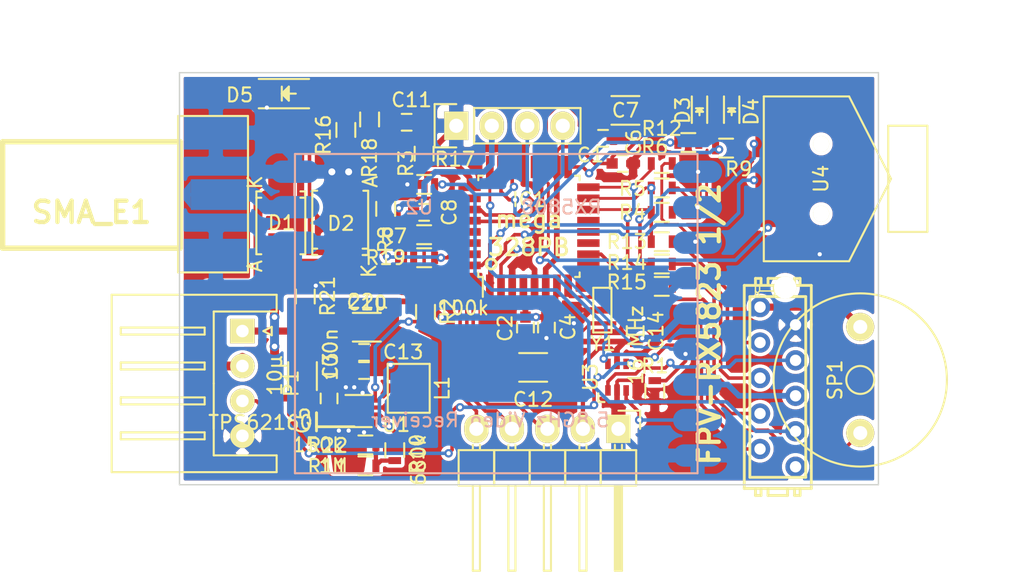
<source format=kicad_pcb>
(kicad_pcb (version 4) (host pcbnew "(2016-04-17 BZR 6697)-product")
  (title_block (title "FPV Receiver Diversity Pro Part1/2") (date 2016-04-07) (rev 0.2))
  (layers (0 F.Cu signal) (31 B.Cu signal) (36 B.SilkS user) (37 F.SilkS user) (38 B.Mask user) (39 F.Mask user) (44 Edge.Cuts user))
  (net 0 "")
  (net 1 "Net-(C1-Pad1)")
  (net 2 GND)
  (net 3 +5V)
  (net 4 +12V)
  (net 5 /reset)
  (net 6 /DTR)
  (net 7 "Net-(D1-Pad1)")
  (net 8 "Net-(D3-Pad2)")
  (net 9 /mode)
  (net 10 /down)
  (net 11 "Net-(IC1-Pad7)")
  (net 12 "Net-(IC1-Pad8)")
  (net 13 /buzzer)
  (net 14 "Net-(IC1-Pad11)")
  (net 15 "Net-(IC1-Pad13)")
  (net 16 /mosi)
  (net 17 /miso)
  (net 18 "Net-(IC1-Pad30)")
  (net 19 "Net-(IC1-Pad31)")
  (net 20 /up)
  (net 21 "Net-(L1-Pad1)")
  (net 22 /rxd)
  (net 23 /txd)
  (net 24 "Net-(R2-Pad1)")
  (net 25 "Net-(R10-Pad2)")
  (net 26 "Net-(SMA_E1-Pad1)")
  (net 27 GNDPWR)
  (net 28 "Net-(IC1-Pad12)")
  (net 29 "Net-(IC1-Pad26)")
  (net 30 /Video2)
  (net 31 /Video1)
  (net 32 /led2)
  (net 33 /Funk2_data)
  (net 34 /ss)
  (net 35 /Funk2_ss)
  (net 36 /Funk2_clk)
  (net 37 /led1)
  (net 38 /rssi1)
  (net 39 /rssi2)
  (net 40 /Funk1_data)
  (net 41 /Funk1_ss)
  (net 42 /Funk1_clk)
  (net 43 "Net-(D4-Pad2)")
  (net 44 /led3)
  (net 45 /scl)
  (net 46 /sda)
  (net 47 "Net-(IC1-Pad9)")
  (net 48 /Audio1)
  (net 49 "Net-(P7-Pad10)")
  (net 50 /adc_12V)
  (net 51 /VidOut)
  (net 52 "Net-(D5-Pad2)")
  (module Housings_QFP:TQFP-32_7x7mm_Pitch0.8mm (layer F.Cu) (at 138 106 90)
    (fp_text reference IC1 (at 1.9 0 180) (layer F.SilkS))
    (fp_text value ATMEGA328-A)
    (pad 1 smd rect (at -4.25 -2.8 90) (size 1.6 0.55) (layers F.Cu F.Mask) (net 9 /mode))
    (pad 2 smd rect (at -4.25 -2 90) (size 1.6 0.55) (layers F.Cu F.Mask) (net 10 /down))
    (pad 3 smd rect (at -4.25 -1.2 90) (size 1.6 0.55) (layers F.Cu F.Mask) (net 2 GND))
    (pad 4 smd rect (at -4.25 -0.4 90) (size 1.6 0.55) (layers F.Cu F.Mask) (net 3 +5V))
    (pad 5 smd rect (at -4.25 0.4 90) (size 1.6 0.55) (layers F.Cu F.Mask) (net 2 GND))
    (pad 6 smd rect (at -4.25 1.2 90) (size 1.6 0.55) (layers F.Cu F.Mask) (net 3 +5V))
    (pad 7 smd rect (at -4.25 2 90) (size 1.6 0.55) (layers F.Cu F.Mask) (net 11 "Net-(IC1-Pad7)"))
    (pad 8 smd rect (at -4.25 2.8 90) (size 1.6 0.55) (layers F.Cu F.Mask) (net 12 "Net-(IC1-Pad8)"))
    (pad 9 smd rect (at -2.8 4.25 180) (size 1.6 0.55) (layers F.Cu F.Mask) (net 47 "Net-(IC1-Pad9)"))
    (pad 10 smd rect (at -2 4.25 180) (size 1.6 0.55) (layers F.Cu F.Mask) (net 13 /buzzer))
    (pad 11 smd rect (at -1.2 4.25 180) (size 1.6 0.55) (layers F.Cu F.Mask) (net 14 "Net-(IC1-Pad11)"))
    (pad 12 smd rect (at -0.4 4.25 180) (size 1.6 0.55) (layers F.Cu F.Mask) (net 28 "Net-(IC1-Pad12)"))
    (pad 13 smd rect (at 0.4 4.25 180) (size 1.6 0.55) (layers F.Cu F.Mask) (net 15 "Net-(IC1-Pad13)"))
    (pad 14 smd rect (at 1.2 4.25 180) (size 1.6 0.55) (layers F.Cu F.Mask) (net 34 /ss))
    (pad 15 smd rect (at 2 4.25 180) (size 1.6 0.55) (layers F.Cu F.Mask) (net 16 /mosi))
    (pad 16 smd rect (at 2.8 4.25 180) (size 1.6 0.55) (layers F.Cu F.Mask) (net 17 /miso))
    (pad 17 smd rect (at 4.25 2.8 90) (size 1.6 0.55) (layers F.Cu F.Mask) (net 44 /led3))
    (pad 18 smd rect (at 4.25 2 90) (size 1.6 0.55) (layers F.Cu F.Mask) (net 3 +5V))
    (pad 19 smd rect (at 4.25 1.2 90) (size 1.6 0.55) (layers F.Cu F.Mask) (net 38 /rssi1))
    (pad 20 smd rect (at 4.25 0.4 90) (size 1.6 0.55) (layers F.Cu F.Mask) (net 1 "Net-(C1-Pad1)"))
    (pad 21 smd rect (at 4.25 -0.4 90) (size 1.6 0.55) (layers F.Cu F.Mask) (net 2 GND))
    (pad 22 smd rect (at 4.25 -1.2 90) (size 1.6 0.55) (layers F.Cu F.Mask) (net 39 /rssi2))
    (pad 23 smd rect (at 4.25 -2 90) (size 1.6 0.55) (layers F.Cu F.Mask) (net 37 /led1))
    (pad 24 smd rect (at 4.25 -2.8 90) (size 1.6 0.55) (layers F.Cu F.Mask) (net 32 /led2))
    (pad 25 smd rect (at 2.8 -4.25 180) (size 1.6 0.55) (layers F.Cu F.Mask) (net 50 /adc_12V))
    (pad 26 smd rect (at 2 -4.25 180) (size 1.6 0.55) (layers F.Cu F.Mask) (net 29 "Net-(IC1-Pad26)"))
    (pad 27 smd rect (at 1.2 -4.25 180) (size 1.6 0.55) (layers F.Cu F.Mask) (net 46 /sda))
    (pad 28 smd rect (at 0.4 -4.25 180) (size 1.6 0.55) (layers F.Cu F.Mask) (net 45 /scl))
    (pad 29 smd rect (at -0.4 -4.25 180) (size 1.6 0.55) (layers F.Cu F.Mask) (net 5 /reset))
    (pad 30 smd rect (at -1.2 -4.25 180) (size 1.6 0.55) (layers F.Cu F.Mask) (net 18 "Net-(IC1-Pad30)"))
    (pad 31 smd rect (at -2 -4.25 180) (size 1.6 0.55) (layers F.Cu F.Mask) (net 19 "Net-(IC1-Pad31)"))
    (pad 32 smd rect (at -2.8 -4.25 180) (size 1.6 0.55) (layers F.Cu F.Mask) (net 20 /up))
  )
  (module Capacitors_SMD:C_0603 (layer F.Cu) (at 123.7 118.325 90)
    (fp_text reference C3 (at 2.325 0.1 90) (layer F.SilkS))
    (fp_text value 100n hide)
    (pad 1 smd rect (at -0.75 0 90) (size 0.8 0.75) (layers F.Cu F.Mask) (net 4 +12V))
    (pad 2 smd rect (at 0.75 0 90) (size 0.8 0.75) (layers F.Cu F.Mask) (net 27 GNDPWR))
  )
  (module Capacitors_SMD:C_1206 (layer F.Cu) (at 121.8 116.725 90)
    (fp_text reference C5 (at -3.175 0 90) (layer F.SilkS))
    (fp_text value 10µ (at 0.075 -1.975 270) (layer F.SilkS))
    (pad 1 smd rect (at -1.5 0 90) (size 1 1.6) (layers F.Cu F.Mask) (net 4 +12V))
    (pad 2 smd rect (at 1.5 0 90) (size 1 1.6) (layers F.Cu F.Mask) (net 27 GNDPWR))
  )
  (module Capacitors_SMD:C_0603 (layer F.Cu) (at 126.2 116.325 180)
    (fp_text reference C9 hide)
    (fp_text value 100n hide)
    (pad 1 smd rect (at -0.75 0 180) (size 0.8 0.75) (layers F.Cu F.Mask) (net 3 +5V))
    (pad 2 smd rect (at 0.75 0 180) (size 0.8 0.75) (layers F.Cu F.Mask) (net 27 GNDPWR))
  )
  (module Capacitors_SMD:C_1206 (layer F.Cu) (at 126.4 113.225 180)
    (fp_text reference C10 (at 0 1.725 180) (layer F.SilkS))
    (fp_text value 22µ (at -0.1 1.85 180) (layer F.SilkS))
    (pad 1 smd rect (at -1.5 0 180) (size 1 1.6) (layers F.Cu F.Mask) (net 3 +5V))
    (pad 2 smd rect (at 1.5 0 180) (size 1 1.6) (layers F.Cu F.Mask) (net 27 GNDPWR))
  )
  (module Resistors_SMD:R_0603 (layer F.Cu) (at 130.6 112.125 90)
    (fp_text reference R2 (at 0.025 1.6 90) (layer F.SilkS))
    (fp_text value 100k (at 0.275 2.7 180) (layer F.SilkS))
    (pad 1 smd rect (at -0.75 0 90) (size 0.5 0.9) (layers F.Cu F.Mask) (net 24 "Net-(R2-Pad1)"))
    (pad 2 smd rect (at 0.75 0 90) (size 0.5 0.9) (layers F.Cu F.Mask) (net 3 +5V))
  )
  (module Resistors_SMD:R_0603 (layer F.Cu) (at 128.4 122.025 270)
    (fp_text reference R10 (at 0.275 -1.6 270) (layer F.SilkS))
    (fp_text value 680k (at 0.725 -1.7 270) (layer F.SilkS))
    (pad 1 smd rect (at -0.75 0 270) (size 0.5 0.9) (layers F.Cu F.Mask) (net 3 +5V))
    (pad 2 smd rect (at 0.75 0 270) (size 0.5 0.9) (layers F.Cu F.Mask) (net 25 "Net-(R10-Pad2)"))
  )
  (module Housings_DFN_QFN:DFN-8-1EP_2x2mm_Pitch0.5mm (layer F.Cu) (at 126.1 119.225)
    (fp_text reference U1 (at 2.4 0.975) (layer F.SilkS))
    (fp_text value TPS62160 (at -7.3 0.825) (layer F.SilkS))
    (pad 1 smd rect (at -0.9 -0.75) (size 0.5 0.3) (layers F.Cu F.Mask) (net 27 GNDPWR))
    (pad 2 smd rect (at -0.9 -0.25) (size 0.5 0.3) (layers F.Cu F.Mask) (net 4 +12V))
    (pad 3 smd rect (at -0.9 0.25) (size 0.5 0.3) (layers F.Cu F.Mask) (net 4 +12V))
    (pad 4 smd rect (at -0.9 0.75) (size 0.5 0.3) (layers F.Cu F.Mask) (net 27 GNDPWR))
    (pad 5 smd rect (at 0.9 0.75) (size 0.5 0.3) (layers F.Cu F.Mask) (net 25 "Net-(R10-Pad2)"))
    (pad 6 smd rect (at 0.9 0.25) (size 0.5 0.3) (layers F.Cu F.Mask) (net 3 +5V))
    (pad 7 smd rect (at 0.9 -0.25) (size 0.5 0.3) (layers F.Cu F.Mask) (net 21 "Net-(L1-Pad1)"))
    (pad 8 smd rect (at 0.9 -0.75) (size 0.5 0.3) (layers F.Cu F.Mask) (net 24 "Net-(R2-Pad1)"))
    (pad EP smd rect (at 0 0.44) (size 0.8 0.88) (layers F.Cu F.Mask) (net 27 GNDPWR))
    (pad EP smd rect (at 0 -0.44) (size 0.8 0.88) (layers F.Cu F.Mask) (net 27 GNDPWR))
  )
  (module Foxtech:RX5808 (layer B.Cu) (at 136.5 112.25)
    (fp_text reference U2 (at -6.35 -7.62) (layer B.SilkS) (effects (justify mirror)))
    (fp_text value RX5808 (at 3.81 -7.62) (layer B.SilkS) (effects (justify mirror)))
    (fp_text user "5,8GHz Video Receiver" (at -1.27 7.62) (layer B.SilkS) (effects (justify mirror)))
    (pad 1 smd oval (at -15.24 -5.08) (size 3.5 1.6) (layers B.Cu B.Mask) (net 2 GND))
    (pad 2 smd oval (at -15.24 -7.62) (size 3.5 1.6) (layers B.Cu B.Mask) (net 26 "Net-(SMA_E1-Pad1)"))
    (pad 3 smd oval (at -15.24 -10.16) (size 3.5 1.6) (layers B.Cu B.Mask) (net 2 GND))
    (pad 4 smd oval (at 13.56 -10.16) (size 3.5 1.6) (layers B.Cu B.Mask) (net 40 /Funk1_data))
    (pad 5 smd oval (at 13.56 -7.62) (size 3.5 1.6) (layers B.Cu B.Mask) (net 41 /Funk1_ss))
    (pad 6 smd oval (at 13.56 -5.08) (size 3.5 1.6) (layers B.Cu B.Mask) (net 42 /Funk1_clk))
    (pad 7 smd oval (at 13.56 -2.54) (size 3.5 1.6) (layers B.Cu B.Mask) (net 2 GND))
    (pad 8 smd oval (at 13.56 0) (size 3.5 1.6) (layers B.Cu B.Mask) (net 3 +5V))
    (pad 9 smd oval (at 13.56 2.54) (size 3.5 1.6) (layers B.Cu B.Mask) (net 38 /rssi1))
    (pad 10 smd oval (at 13.56 5.08) (size 3.5 1.6) (layers B.Cu B.Mask) (net 48 /Audio1))
    (pad 11 smd oval (at 13.56 7.62) (size 3.5 1.6) (layers B.Cu B.Mask) (net 31 /Video1))
    (pad 12 smd oval (at 13.56 10.16) (size 3.5 1.6) (layers B.Cu B.Mask) (net 2 GND))
  )
  (module Capacitors_SMD:C_0603 (layer F.Cu) (at 126.2 115.025 180)
    (fp_text reference C13 (at -2.8 0.025 180) (layer F.SilkS))
    (fp_text value 100n (at 2.4 -0.15 270) (layer F.SilkS))
    (pad 1 smd rect (at -0.75 0 180) (size 0.8 0.75) (layers F.Cu F.Mask) (net 3 +5V))
    (pad 2 smd rect (at 0.75 0 180) (size 0.8 0.75) (layers F.Cu F.Mask) (net 27 GNDPWR))
  )
  (module Resistors_SMD:R_0603 (layer F.Cu) (at 122 111.025 90)
    (fp_text reference R21 (at 0.025 1.6 90) (layer F.SilkS))
    (fp_text value brücke hide)
    (pad 1 smd rect (at -0.75 0 90) (size 0.5 0.9) (layers F.Cu F.Mask) (net 27 GNDPWR))
    (pad 2 smd rect (at 0.75 0 90) (size 0.5 0.9) (layers F.Cu F.Mask) (net 2 GND))
  )
  (module Resistors_SMD:R_0603 (layer F.Cu) (at 126.3 123.15 180)
    (fp_text reference R11 (at 2.7 -0.05 180) (layer F.SilkS))
    (fp_text value 1M (at 2.3 0 180) (layer F.SilkS))
    (pad 1 smd rect (at -0.75 0 180) (size 0.5 0.9) (layers F.Cu F.Mask) (net 25 "Net-(R10-Pad2)"))
    (pad 2 smd rect (at 0.75 0 180) (size 0.5 0.9) (layers F.Cu F.Mask) (net 27 GNDPWR))
  )
  (module Resistors_SMD:R_0603 (layer F.Cu) (at 126.3 121.65 180)
    (fp_text reference R22 (at 2.7 -0.05 180) (layer F.SilkS))
    (fp_text value 150k (at 3.4 0 180) (layer F.SilkS))
    (pad 1 smd rect (at -0.75 0 180) (size 0.5 0.9) (layers F.Cu F.Mask) (net 25 "Net-(R10-Pad2)"))
    (pad 2 smd rect (at 0.75 0 180) (size 0.5 0.9) (layers F.Cu F.Mask) (net 27 GNDPWR))
  )
  (module Capacitors_SMD:C_0603 (layer F.Cu) (at 143.3 99.7)
    (fp_text reference C1 (at -0.9 1.2) (layer F.SilkS))
    (fp_text value 100n)
    (pad 1 smd rect (at -0.75 0) (size 0.8 0.75) (layers F.Cu F.Mask) (net 1 "Net-(C1-Pad1)"))
    (pad 2 smd rect (at 0.75 0) (size 0.8 0.75) (layers F.Cu F.Mask) (net 2 GND))
  )
  (module Capacitors_SMD:C_0603 (layer F.Cu) (at 137.75 113.25 270)
    (fp_text reference C2 (at 0.05 1.45 270) (layer F.SilkS))
    (fp_text value 100n)
    (pad 1 smd rect (at -0.75 0 270) (size 0.8 0.75) (layers F.Cu F.Mask) (net 3 +5V))
    (pad 2 smd rect (at 0.75 0 270) (size 0.8 0.75) (layers F.Cu F.Mask) (net 2 GND))
  )
  (module Capacitors_SMD:C_0603 (layer F.Cu) (at 139.25 113.25 270)
    (fp_text reference C4 (at -0.05 -1.55 270) (layer F.SilkS))
    (fp_text value 100n)
    (pad 1 smd rect (at -0.75 0 270) (size 0.8 0.75) (layers F.Cu F.Mask) (net 3 +5V))
    (pad 2 smd rect (at 0.75 0 270) (size 0.8 0.75) (layers F.Cu F.Mask) (net 2 GND))
  )
  (module Capacitors_SMD:C_0603 (layer F.Cu) (at 144.7 101.5)
    (fp_text reference C6 (at 0.8 -1.5 90) (layer F.SilkS))
    (fp_text value 100n)
    (pad 1 smd rect (at -0.75 0) (size 0.8 0.75) (layers F.Cu F.Mask) (net 3 +5V))
    (pad 2 smd rect (at 0.75 0) (size 0.8 0.75) (layers F.Cu F.Mask) (net 2 GND))
  )
  (module Capacitors_SMD:C_1206 (layer F.Cu) (at 144.9 97.7 180)
    (fp_text reference C7 (at 0 0 180) (layer F.SilkS))
    (fp_text value 22µ)
    (pad 1 smd rect (at -1.5 0 180) (size 1 1.6) (layers F.Cu F.Mask) (net 3 +5V))
    (pad 2 smd rect (at 1.5 0 180) (size 1 1.6) (layers F.Cu F.Mask) (net 2 GND))
  )
  (module Capacitors_SMD:C_0603 (layer F.Cu) (at 130.5 105 180)
    (fp_text reference C8 (at -1.8 0 270) (layer F.SilkS))
    (fp_text value 100n)
    (pad 1 smd rect (at -0.75 0 180) (size 0.8 0.75) (layers F.Cu F.Mask) (net 5 /reset))
    (pad 2 smd rect (at 0.75 0 180) (size 0.8 0.75) (layers F.Cu F.Mask) (net 6 /DTR))
  )
  (module Capacitors_SMD:C_1206 (layer F.Cu) (at 138.3 116.1 180)
    (fp_text reference C12 (at 0 -2.3 180) (layer F.SilkS))
    (fp_text value 22µ)
    (pad 1 smd rect (at -1.5 0 180) (size 1 1.6) (layers F.Cu F.Mask) (net 3 +5V))
    (pad 2 smd rect (at 1.5 0 180) (size 1 1.6) (layers F.Cu F.Mask) (net 2 GND))
  )
  (module Capacitors_SMD:C_0603 (layer F.Cu) (at 145.6 113.5 90)
    (fp_text reference C14 (at 0 1.5 90) (layer F.SilkS))
    (fp_text value 100n)
    (pad 1 smd rect (at -0.75 0 90) (size 0.8 0.75) (layers F.Cu F.Mask) (net 3 +5V))
    (pad 2 smd rect (at 0.75 0 90) (size 0.8 0.75) (layers F.Cu F.Mask) (net 2 GND))
  )
  (module LEDs:LED_0603 (layer F.Cu) (at 150.2 97.8 270)
    (fp_text reference D3 (at -0.1 1.2 270) (layer F.SilkS))
    (fp_text value grün)
    (pad 2 smd rect (at 0.7493 0 90) (size 0.79756 0.79756) (layers F.Cu F.Mask) (net 8 "Net-(D3-Pad2)"))
    (pad 1 smd rect (at -0.7493 0 90) (size 0.79756 0.79756) (layers F.Cu F.Mask) (net 2 GND))
  )
  (module LEDs:LED_0603 (layer F.Cu) (at 152.5 97.8 270)
    (fp_text reference D4 (at 0 -1.4 270) (layer F.SilkS))
    (fp_text value grün)
    (pad 2 smd rect (at 0.7493 0 90) (size 0.79756 0.79756) (layers F.Cu F.Mask) (net 43 "Net-(D4-Pad2)"))
    (pad 1 smd rect (at -0.7493 0 90) (size 0.79756 0.79756) (layers F.Cu F.Mask) (net 2 GND))
  )
  (module Pin_Headers:Pin_Header_Angled_1x05 (layer F.Cu) (at 144.4 120.5 270)
    (fp_text reference P2 hide)
    (fp_text value CONN_01X05)
    (pad 1 thru_hole rect (at 0 0 270) (size 2.032 1.7272) (drill 1.016) (layers *.Cu *.Mask F.SilkS) (net 2 GND))
    (pad 2 thru_hole oval (at 0 2.54 270) (size 2.032 1.7272) (drill 1.016) (layers *.Cu *.Mask F.SilkS) (net 3 +5V))
    (pad 3 thru_hole oval (at 0 5.08 270) (size 2.032 1.7272) (drill 1.016) (layers *.Cu *.Mask F.SilkS) (net 22 /rxd))
    (pad 4 thru_hole oval (at 0 7.62 270) (size 2.032 1.7272) (drill 1.016) (layers *.Cu *.Mask F.SilkS) (net 23 /txd))
    (pad 5 thru_hole oval (at 0 10.16 270) (size 2.032 1.7272) (drill 1.016) (layers *.Cu *.Mask F.SilkS) (net 6 /DTR))
  )
  (module Pin_Headers:Pin_Header_Straight_1x04 (layer F.Cu) (at 132.8 98.8 90)
    (fp_text reference P6 hide)
    (fp_text value CONN_01X04)
    (pad 1 thru_hole rect (at 0 0 90) (size 2.032 1.7272) (drill 1.016) (layers *.Cu *.Mask F.SilkS) (net 2 GND))
    (pad 2 thru_hole oval (at 0 2.54 90) (size 2.032 1.7272) (drill 1.016) (layers *.Cu *.Mask F.SilkS) (net 3 +5V))
    (pad 3 thru_hole oval (at 0 5.08 90) (size 2.032 1.7272) (drill 1.016) (layers *.Cu *.Mask F.SilkS) (net 45 /scl))
    (pad 4 thru_hole oval (at 0 7.62 90) (size 2.032 1.7272) (drill 1.016) (layers *.Cu *.Mask F.SilkS) (net 46 /sda))
  )
  (module Resistors_SMD:R_0603 (layer F.Cu) (at 147 117.8 270)
    (fp_text reference R1 (at -1.8 0 360) (layer F.SilkS))
    (fp_text value 100k)
    (pad 1 smd rect (at -0.75 0 270) (size 0.5 0.9) (layers F.Cu F.Mask) (net 38 /rssi1))
    (pad 2 smd rect (at 0.75 0 270) (size 0.5 0.9) (layers F.Cu F.Mask) (net 2 GND))
  )
  (module Resistors_SMD:R_0603 (layer F.Cu) (at 130.5 103 180)
    (fp_text reference R3 (at 1.3 1.5 270) (layer F.SilkS))
    (fp_text value 100k)
    (pad 1 smd rect (at -0.75 0 180) (size 0.5 0.9) (layers F.Cu F.Mask) (net 39 /rssi2))
    (pad 2 smd rect (at 0.75 0 180) (size 0.5 0.9) (layers F.Cu F.Mask) (net 2 GND))
  )
  (module Resistors_SMD:R_0603 (layer F.Cu) (at 147.5 105 180)
    (fp_text reference R4 (at 2.1 0 180) (layer F.SilkS))
    (fp_text value 1k)
    (pad 1 smd rect (at -0.75 0 180) (size 0.5 0.9) (layers F.Cu F.Mask) (net 40 /Funk1_data))
    (pad 2 smd rect (at 0.75 0 180) (size 0.5 0.9) (layers F.Cu F.Mask) (net 34 /ss))
  )
  (module Resistors_SMD:R_0603 (layer F.Cu) (at 147.5 103.25 180)
    (fp_text reference R5 (at 2.1 -0.05 180) (layer F.SilkS))
    (fp_text value 1k)
    (pad 1 smd rect (at -0.75 0 180) (size 0.5 0.9) (layers F.Cu F.Mask) (net 41 /Funk1_ss))
    (pad 2 smd rect (at 0.75 0 180) (size 0.5 0.9) (layers F.Cu F.Mask) (net 16 /mosi))
  )
  (module Resistors_SMD:R_0603 (layer F.Cu) (at 147.5 101.5 180)
    (fp_text reference R6 (at 0.5 1.2 180) (layer F.SilkS))
    (fp_text value 1k)
    (pad 1 smd rect (at -0.75 0 180) (size 0.5 0.9) (layers F.Cu F.Mask) (net 42 /Funk1_clk))
    (pad 2 smd rect (at 0.75 0 180) (size 0.5 0.9) (layers F.Cu F.Mask) (net 17 /miso))
  )
  (module Resistors_SMD:R_0603 (layer F.Cu) (at 130.5 106.6)
    (fp_text reference R7 (at -2.2 0.1) (layer F.SilkS))
    (fp_text value 1k)
    (pad 1 smd rect (at -0.75 0) (size 0.5 0.9) (layers F.Cu F.Mask) (net 22 /rxd))
    (pad 2 smd rect (at 0.75 0) (size 0.5 0.9) (layers F.Cu F.Mask) (net 18 "Net-(IC1-Pad30)"))
  )
  (module Resistors_SMD:R_0603 (layer F.Cu) (at 127.75 104.75 90)
    (fp_text reference R8 (at -2.2 0 90) (layer F.SilkS))
    (fp_text value 10k)
    (pad 1 smd rect (at -0.75 0 90) (size 0.5 0.9) (layers F.Cu F.Mask) (net 3 +5V))
    (pad 2 smd rect (at 0.75 0 90) (size 0.5 0.9) (layers F.Cu F.Mask) (net 5 /reset))
  )
  (module Resistors_SMD:R_0603 (layer F.Cu) (at 152.1 100.4 180)
    (fp_text reference R9 (at -0.9 -1.5 180) (layer F.SilkS))
    (fp_text value 220)
    (pad 1 smd rect (at -0.75 0 180) (size 0.5 0.9) (layers F.Cu F.Mask) (net 43 "Net-(D4-Pad2)"))
    (pad 2 smd rect (at 0.75 0 180) (size 0.5 0.9) (layers F.Cu F.Mask) (net 44 /led3))
  )
  (module Resistors_SMD:R_0603 (layer F.Cu) (at 149.4 100 180)
    (fp_text reference R12 (at 1.9 1 180) (layer F.SilkS))
    (fp_text value 220)
    (pad 1 smd rect (at -0.75 0 180) (size 0.5 0.9) (layers F.Cu F.Mask) (net 8 "Net-(D3-Pad2)"))
    (pad 2 smd rect (at 0.75 0 180) (size 0.5 0.9) (layers F.Cu F.Mask) (net 37 /led1))
  )
  (module Resistors_SMD:R_0603 (layer F.Cu) (at 147.5 107.1 180)
    (fp_text reference R13 (at 2.5 0 180) (layer F.SilkS))
    (fp_text value 1k)
    (pad 1 smd rect (at -0.75 0 180) (size 0.5 0.9) (layers F.Cu F.Mask) (net 33 /Funk2_data))
    (pad 2 smd rect (at 0.75 0 180) (size 0.5 0.9) (layers F.Cu F.Mask) (net 34 /ss))
  )
  (module Resistors_SMD:R_0603 (layer F.Cu) (at 147.5 108.7 180)
    (fp_text reference R14 (at 2.5 0.1 180) (layer F.SilkS))
    (fp_text value 1k)
    (pad 1 smd rect (at -0.75 0 180) (size 0.5 0.9) (layers F.Cu F.Mask) (net 35 /Funk2_ss))
    (pad 2 smd rect (at 0.75 0 180) (size 0.5 0.9) (layers F.Cu F.Mask) (net 16 /mosi))
  )
  (module Resistors_SMD:R_0603 (layer F.Cu) (at 147.5 110.3 180)
    (fp_text reference R15 (at 2.5 0.3 180) (layer F.SilkS))
    (fp_text value 1k)
    (pad 1 smd rect (at -0.75 0 180) (size 0.5 0.9) (layers F.Cu F.Mask) (net 36 /Funk2_clk))
    (pad 2 smd rect (at 0.75 0 180) (size 0.5 0.9) (layers F.Cu F.Mask) (net 17 /miso))
  )
  (module Buzzers_Beepers:Buzzer_12x9.5RM7.6 (layer F.Cu) (at 161.7 117 270)
    (fp_text reference SP1 (at 0 1.8 270) (layer F.SilkS))
    (fp_text value BUZ)
    (pad 1 thru_hole circle (at -3.79984 0 270) (size 2 2) (drill 1.00076) (layers *.Cu *.Mask F.SilkS) (net 3 +5V))
    (pad 2 thru_hole circle (at 3.79984 0 270) (size 2 2) (drill 1.00076) (layers *.Cu *.Mask F.SilkS) (net 13 /buzzer))
  )
  (module TO_SOT_Packages_SMD:SC-70-6 (layer F.Cu) (at 144.3 116.8)
    (fp_text reference U3 (at -1.9 0 90) (layer F.SilkS))
    (fp_text value sn74lvc1g3157)
    (pad 1 smd rect (at -0.65024 0.94996) (size 0.39878 0.7493) (layers F.Cu F.Mask) (net 30 /Video2))
    (pad 2 smd rect (at 0 0.94996) (size 0.39878 0.7493) (layers F.Cu F.Mask) (net 2 GND))
    (pad 3 smd rect (at 0.65024 0.94996) (size 0.39878 0.7493) (layers F.Cu F.Mask) (net 31 /Video1))
    (pad 4 smd rect (at 0.65024 -0.94996) (size 0.39878 0.7493) (layers F.Cu F.Mask) (net 51 /VidOut))
    (pad 5 smd rect (at 0 -0.94996) (size 0.39878 0.7493) (layers F.Cu F.Mask) (net 3 +5V))
    (pad 6 smd rect (at -0.65024 -0.94996) (size 0.39878 0.7493) (layers F.Cu F.Mask) (net 32 /led2))
  )
  (module CSTCE16:CerOsc_3,2x1,3 (layer F.Cu) (at 143.25 112 270)
    (fp_text reference Y1 (at 2.4 -0.05 360) (layer F.SilkS))
    (fp_text value "16 MHz" (at 2.5 -2.4 270) (layer F.SilkS))
    (pad 1 smd rect (at -0.95 0 270) (size 0.3 2) (layers F.Cu F.Mask) (net 12 "Net-(IC1-Pad8)"))
    (pad 2 smd rect (at 0 0 270) (size 0.3 2) (layers F.Cu F.Mask) (net 2 GND))
    (pad 3 smd rect (at 0.95 0 270) (size 0.3 2) (layers F.Cu F.Mask) (net 11 "Net-(IC1-Pad7)"))
  )
  (module Diodes_SMD:SMB_Standard (layer F.Cu) (at 124.5 105.75 90)
    (fp_text reference D2 (at -0.05 0.05 180) (layer F.SilkS))
    (fp_text value "P6SMB 18A SMD")
    (fp_text user K (at -3.45 2.05 90) (layer F.SilkS))
    (fp_text user A (at 2.95 2.15 90) (layer F.SilkS))
    (pad 1 smd rect (at -2.14884 0 90) (size 2.49936 2.30124) (layers F.Cu F.Mask) (net 4 +12V))
    (pad 2 smd rect (at 2.14884 0 90) (size 2.49936 2.30124) (layers F.Cu F.Mask) (net 2 GND))
  )
  (module Diodes_SMD:SMA_Standard (layer F.Cu) (at 120.25 105.75 270)
    (fp_text reference D1 (at 0 -0.05 360) (layer F.SilkS))
    (fp_text value "B 140 F")
    (fp_text user K (at -2.9 1.85 270) (layer F.SilkS))
    (fp_text user A (at 3.1 1.85 270) (layer F.SilkS))
    (pad 1 smd rect (at -1.99898 0 270) (size 2.49936 1.80086) (layers F.Cu F.Mask) (net 7 "Net-(D1-Pad1)"))
    (pad 2 smd rect (at 1.99898 0 270) (size 2.49936 1.80086) (layers F.Cu F.Mask) (net 4 +12V))
  )
  (module LEDs:LED_1206 (layer F.Cu) (at 120.81986 96.5)
    (fp_text reference D5 (at -3.51986 0.1) (layer F.SilkS))
    (fp_text value IR_EMITTER)
    (pad 2 smd rect (at 1.41986 0 180) (size 1.59766 1.80086) (layers F.Cu F.Mask) (net 52 "Net-(D5-Pad2)"))
    (pad 1 smd rect (at -1.41986 0 180) (size 1.59766 1.80086) (layers F.Cu F.Mask) (net 2 GND))
  )
  (module PhilippsFootprints:MCPL3-AC-V (layer F.Cu) (at 158.9 102.6 270)
    (fp_text reference U4 (at 0 0 270) (layer F.SilkS))
    (fp_text value MCPL3-BC-V)
    (pad 3 smd rect (at 0 3.8 270) (size 1.9 1.8) (layers F.Cu F.Mask) (net 9 /mode))
    (pad 1 smd rect (at -2.5 3.8 270) (size 1.9 1.8) (layers F.Cu F.Mask) (net 20 /up))
    (pad 2 smd rect (at 2.5 3.8 270) (size 1.9 1.8) (layers F.Cu F.Mask) (net 10 /down))
    (pad 5 smd rect (at -5.4 -1.05 270) (size 1.9 1.8) (layers F.Cu F.Mask) (net 2 GND))
    (pad 4 smd rect (at 5.4 -1.05 270) (size 1.9 1.8) (layers F.Cu F.Mask) (net 2 GND))
    (pad "" np_thru_hole circle (at 2.5 0 270) (size 1.15 1.15) (drill 1.15) (layers *.Cu *.Mask F.SilkS))
    (pad "" np_thru_hole circle (at -2.5 0 270) (size 1.15 1.15) (drill 1.15) (layers *.Cu *.Mask F.SilkS))
  )
  (module NR3015:NR3015 (layer F.Cu) (at 129.4 117.6 90)
    (fp_text reference L1 (at 0 2.4 90) (layer F.SilkS))
    (fp_text value "2,2µH 1,5A")
    (pad 2 smd rect (at 1.1 0 90) (size 0.8 2.7) (layers F.Cu F.Mask) (net 3 +5V))
    (pad 1 smd rect (at -1.1 0 90) (size 0.8 2.7) (layers F.Cu F.Mask) (net 21 "Net-(L1-Pad1)"))
  )
  (module Resistors_SMD:R_0603 (layer F.Cu) (at 124.9 99.1 270)
    (fp_text reference R16 (at 0.35 1.6 270) (layer F.SilkS))
    (fp_text value 15k)
    (pad 1 smd rect (at -0.75 0 270) (size 0.5 0.9) (layers F.Cu F.Mask) (net 50 /adc_12V))
    (pad 2 smd rect (at 0.75 0 270) (size 0.5 0.9) (layers F.Cu F.Mask) (net 4 +12V))
  )
  (module Resistors_SMD:R_0603 (layer F.Cu) (at 130.5 100.8 270)
    (fp_text reference R17 (at 0.4 -2.2 360) (layer F.SilkS))
    (fp_text value 1k)
    (pad 1 smd rect (at -0.75 0 270) (size 0.5 0.9) (layers F.Cu F.Mask) (net 2 GND))
    (pad 2 smd rect (at 0.75 0 270) (size 0.5 0.9) (layers F.Cu F.Mask) (net 50 /adc_12V))
  )
  (module Capacitors_SMD:C_0603 (layer F.Cu) (at 129.25 98.55)
    (fp_text reference C11 (at 0.35 -1.6) (layer F.SilkS))
    (fp_text value 100n)
    (pad 1 smd rect (at -0.75 0) (size 0.8 0.75) (layers F.Cu F.Mask) (net 50 /adc_12V))
    (pad 2 smd rect (at 0.75 0) (size 0.8 0.75) (layers F.Cu F.Mask) (net 2 GND))
  )
  (module PhilippsFootprints:MICROMATCH-10 (layer F.Cu) (at 155.8 117.5 90)
    (fp_text reference P7 hide)
    (fp_text value CONN_02X05)
    (pad 1 thru_hole circle (at 5.715 -1.27 90) (size 1.45 1.45) (drill 0.8128) (layers *.Cu *.Mask) (net 3 +5V))
    (pad 2 thru_hole circle (at 4.445 1.27 90) (size 1.45 1.45) (drill 0.8128) (layers *.Cu *.Mask) (net 2 GND))
    (pad 3 thru_hole circle (at 3.175 -1.27 90) (size 1.45 1.45) (drill 0.8128) (layers *.Cu *.Mask) (net 33 /Funk2_data))
    (pad 4 thru_hole circle (at 1.905 1.27 90) (size 1.45 1.45) (drill 0.8128) (layers *.Cu *.Mask) (net 30 /Video2))
    (pad 5 thru_hole circle (at 0.635 -1.27 90) (size 1.45 1.45) (drill 0.8128) (layers *.Cu *.Mask) (net 35 /Funk2_ss))
    (pad 6 thru_hole circle (at -0.635 1.27 90) (size 1.45 1.45) (drill 0.8128) (layers *.Cu *.Mask) (net 48 /Audio1))
    (pad 7 thru_hole circle (at -1.905 -1.27 90) (size 1.45 1.45) (drill 0.8128) (layers *.Cu *.Mask) (net 36 /Funk2_clk))
    (pad 8 thru_hole circle (at -3.175 1.27 90) (size 1.45 1.45) (drill 0.8128) (layers *.Cu *.Mask) (net 39 /rssi2))
    (pad 9 thru_hole circle (at -4.445 -1.27 90) (size 1.45 1.45) (drill 0.8128) (layers *.Cu *.Mask) (net 32 /led2))
    (pad 10 thru_hole circle (at -5.715 1.27 90) (size 1.45 1.45) (drill 0.8128) (layers *.Cu *.Mask) (net 49 "Net-(P7-Pad10)"))
    (pad "" np_thru_hole circle (at 7.115 0.53 90) (size 1.6 1.6) (drill 1.6) (layers *.Cu *.Mask F.SilkS))
  )
  (module PhilippsFootprints:SMA_EDGE_Johnson_142-0701-801 (layer F.Cu) (at 106.7 103.7 180)
    (fp_text reference SMA_E1 (at 0 -1.3 180) (layer F.SilkS) (effects (font (thickness 0.3048))))
    (fp_text value SMA_EDGE hide)
    (pad 0 connect rect (at -8.9 -4.4 180) (size 4.572 2.413) (layers *.Mask B.Cu) (net 2 GND))
    (pad 1 connect trapezoid (at -6.858 -0.03 180) (size 0.50038 1.39954) (rect_delta 0.59944 0) (layers B.Cu B.Mask) (net 26 "Net-(SMA_E1-Pad1)"))
    (pad 2 connect rect (at -8.9 4.4 180) (size 4.572 2.413) (layers *.Mask B.Cu) (net 2 GND))
    (pad 1 connect rect (at -9.144 -0.03 180) (size 4.07162 2.2) (layers B.Cu B.Mask) (net 26 "Net-(SMA_E1-Pad1)"))
  )
  (module Resistors_SMD:R_0603 (layer F.Cu) (at 130.5 108.25 180)
    (fp_text reference R19 (at 2.75 0 180) (layer F.SilkS))
    (fp_text value 1k)
    (pad 1 smd rect (at -0.75 0 180) (size 0.5 0.9) (layers F.Cu F.Mask) (net 19 "Net-(IC1-Pad31)"))
    (pad 2 smd rect (at 0.75 0 180) (size 0.5 0.9) (layers F.Cu F.Mask) (net 23 /txd))
  )
  (module Resistors_SMD:R_0603 (layer F.Cu) (at 126.6 98.35 90)
    (fp_text reference R18 (at -2.75 0 90) (layer F.SilkS))
    (fp_text value 100)
    (pad 1 smd rect (at -0.75 0 90) (size 0.5 0.9) (layers F.Cu F.Mask) (net 19 "Net-(IC1-Pad31)"))
    (pad 2 smd rect (at 0.75 0 90) (size 0.5 0.9) (layers F.Cu F.Mask) (net 52 "Net-(D5-Pad2)"))
  )
  (module Connectors_JST:JST_XH_S04B-XH-A_04x2.50mm_Angled (layer F.Cu) (at 117.5 113.5 270)
    (fp_text reference P1 (at 3.75 -3.5 270) (layer F.SilkS))
    (fp_text value CONN_01X04)
    (pad 1 thru_hole rect (at 0 0 270) (size 1.75 1.75) (drill 0.9) (layers *.Cu *.Mask F.SilkS) (net 27 GNDPWR))
    (pad 2 thru_hole circle (at 2.5 0 270) (size 1.75 1.75) (drill 0.9) (layers *.Cu *.Mask F.SilkS) (net 7 "Net-(D1-Pad1)"))
    (pad 3 thru_hole circle (at 5 0 270) (size 1.75 1.75) (drill 0.9) (layers *.Cu *.Mask F.SilkS) (net 51 /VidOut))
    (pad 4 thru_hole circle (at 7.5 0 270) (size 1.75 1.75) (drill 0.9) (layers *.Cu *.Mask F.SilkS) (net 2 GND))
  )
  (gr_line (start 163 95) (end 163 124.5) (angle 90) (layer Edge.Cuts) (width 0.1))
  (gr_text "FPV-RX5823 1/2" (at 150.9 113 90) (layer F.SilkS) (effects (font (size 1.5 1.5) (thickness 0.3))))
  (gr_text mega (at 138 105.5) (layer F.SilkS) (effects (font (size 1.2 1.2) (thickness 0.2))))
  (gr_text 328PB (at 138 107.5) (layer F.SilkS) (effects (font (size 1.2 1.2) (thickness 0.2))))
  (gr_circle (center 135.3 108.7) (end 135.5 108.4) (layer F.SilkS) (width 0.2))
  (gr_line (start 113 95) (end 113 124.5) (angle 90) (layer Edge.Cuts) (width 0.1))
  (gr_line (start 163 95) (end 113 95) (angle 90) (layer Edge.Cuts) (width 0.1))
  (gr_line (start 113 124.5) (end 163 124.5) (angle 90) (layer Edge.Cuts) (width 0.1))
  (gr_line (start 122.8 119.35) (end 122.8 120.65) (angle 90) (layer F.SilkS) (width 0.2))
  (gr_line (start 122.8 120.35) (end 122.8 119.35) (angle 90) (layer F.SilkS) (width 0.2))
  (gr_line (start 125.5 120.35) (end 122.8 120.35) (angle 90) (layer F.SilkS) (width 0.2))
  (segment (start 138.4 100.4) (end 138.4 101.75) (width 0.254) (layer F.Cu) (net 1))
  (segment (start 139.22619 98.153108) (end 139.22619 99.57381) (width 0.254) (layer F.Cu) (net 1))
  (segment (start 139.22619 99.57381) (end 138.4 100.4) (width 0.254) (layer F.Cu) (net 1))
  (segment (start 140.914492 97.45379) (end 139.925508 97.45379) (width 0.254) (layer F.Cu) (net 1))
  (segment (start 139.925508 97.45379) (end 139.22619 98.153108) (width 0.254) (layer F.Cu) (net 1))
  (segment (start 141.61381 98.153108) (end 140.914492 97.45379) (width 0.254) (layer F.Cu) (net 1))
  (segment (start 141.61381 98.78881) (end 141.61381 98.153108) (width 0.254) (layer F.Cu) (net 1))
  (segment (start 142.525 99.7) (end 141.61381 98.78881) (width 0.254) (layer F.Cu) (net 1))
  (segment (start 142.55 99.7) (end 142.525 99.7) (width 0.254) (layer F.Cu) (net 1))
  (segment (start 130.5 100.05) (end 130.5 99.05) (width 0.4064) (layer F.Cu) (net 2))
  (segment (start 130.5 99.05) (end 130 98.55) (width 0.4064) (layer F.Cu) (net 2))
  (segment (start 143.4 97.7) (end 143.4 96.8) (width 0.254) (layer F.Cu) (net 2))
  (segment (start 132.8 97) (end 132.8 98.8) (width 0.254) (layer F.Cu) (net 2))
  (segment (start 133.8 96) (end 132.8 97) (width 0.254) (layer F.Cu) (net 2))
  (segment (start 142.6 96) (end 133.8 96) (width 0.254) (layer F.Cu) (net 2))
  (segment (start 143.4 96.8) (end 142.6 96) (width 0.254) (layer F.Cu) (net 2))
  (segment (start 125.1 102.1) (end 127.2 102.1) (width 0.4064) (layer B.Cu) (net 2))
  (segment (start 127.2 102.1) (end 127.201525 102.098475) (width 0.4064) (layer B.Cu) (net 2))
  (segment (start 127.201525 102.098475) (end 128.398475 102.098475) (width 0.4064) (layer B.Cu) (net 2))
  (segment (start 128.398475 102.098475) (end 129.3 103) (width 0.4064) (layer B.Cu) (net 2))
  (segment (start 123.4264 102.1) (end 123.9 102.1) (width 0.4064) (layer B.Cu) (net 2))
  (segment (start 123.9 102.1) (end 125.1 102.1) (width 0.4064) (layer B.Cu) (net 2))
  (segment (start 124.5 102.7) (end 123.9 102.1) (width 0.635) (layer F.Cu) (net 2))
  (segment (start 124.5 103.60116) (end 124.5 102.7) (width 0.635) (layer F.Cu) (net 2))
  (via (at 123.9 102.1) (size 0.8) (drill 0.5) (layers F.Cu B.Cu) (net 2))
  (via (at 125.1 102.1) (size 0.8) (drill 0.5) (layers F.Cu B.Cu) (net 2))
  (segment (start 124.5 102.7) (end 125.1 102.1) (width 0.635) (layer F.Cu) (net 2))
  (segment (start 130.5 100.05) (end 131.55 100.05) (width 0.4064) (layer F.Cu) (net 2))
  (segment (start 131.55 100.05) (end 132.8 98.8) (width 0.4064) (layer F.Cu) (net 2))
  (segment (start 119.25 99.3) (end 119.25 97.5) (width 0.25) (layer B.Cu) (net 2))
  (segment (start 119.25 97.5) (end 119.4 97.35) (width 0.25) (layer F.Cu) (net 2))
  (via (at 119.25 97.5) (size 0.6) (drill 0.3) (layers F.Cu B.Cu) (net 2))
  (segment (start 119.4 97.35) (end 119.4 96.5) (width 0.25) (layer F.Cu) (net 2))
  (segment (start 122 110.275) (end 122.725 110.275) (width 0.25) (layer F.Cu) (net 2))
  (segment (start 121.26 108.76) (end 121.26 107.17) (width 0.25) (layer B.Cu) (net 2))
  (segment (start 122.75 110.25) (end 121.26 108.76) (width 0.25) (layer B.Cu) (net 2))
  (via (at 122.75 110.25) (size 0.6) (drill 0.3) (layers F.Cu B.Cu) (net 2))
  (segment (start 122.725 110.275) (end 122.75 110.25) (width 0.25) (layer F.Cu) (net 2))
  (segment (start 121.26 107.17) (end 121.26 107.54) (width 1.016) (layer B.Cu) (net 2))
  (segment (start 121.26 107.54) (end 120.7 108.1) (width 1.016) (layer B.Cu) (net 2))
  (segment (start 120.7 108.1) (end 115.6 108.1) (width 1.016) (layer B.Cu) (net 2))
  (segment (start 121.26 102.09) (end 121.26 100.96) (width 1.016) (layer B.Cu) (net 2))
  (segment (start 119.6 99.3) (end 119.25 99.3) (width 1.016) (layer B.Cu) (net 2))
  (segment (start 119.25 99.3) (end 115.6 99.3) (width 1.016) (layer B.Cu) (net 2))
  (segment (start 121.26 100.96) (end 119.6 99.3) (width 1.016) (layer B.Cu) (net 2))
  (segment (start 138.7 113.45) (end 139.25 114) (width 0.4064) (layer B.Cu) (net 2))
  (segment (start 138.7 113.4) (end 138.7 113.45) (width 0.4064) (layer B.Cu) (net 2))
  (segment (start 132.1 120.8) (end 132.1 114.1) (width 0.4064) (layer B.Cu) (net 2))
  (segment (start 133.9 122.6) (end 132.1 120.8) (width 0.4064) (layer B.Cu) (net 2))
  (segment (start 143.7224 122.6) (end 133.9 122.6) (width 0.4064) (layer B.Cu) (net 2))
  (segment (start 144.4 121.9224) (end 143.7224 122.6) (width 0.4064) (layer B.Cu) (net 2))
  (segment (start 144.4 120.5) (end 144.4 121.9224) (width 0.4064) (layer B.Cu) (net 2))
  (segment (start 132.1 114.1) (end 132.8 113.4) (width 0.4064) (layer B.Cu) (net 2))
  (segment (start 132.8 113.4) (end 138.7 113.4) (width 0.4064) (layer B.Cu) (net 2))
  (segment (start 144.4 120.6524) (end 144.4 120.5) (width 0.508) (layer B.Cu) (net 2))
  (segment (start 158.8 108) (end 158.2 108) (width 0.254) (layer B.Cu) (net 2))
  (segment (start 158.2 108) (end 157.1 109.1) (width 0.254) (layer B.Cu) (net 2))
  (segment (start 159.95 108) (end 158.8 108) (width 0.254) (layer F.Cu) (net 2))
  (via (at 158.8 108) (size 0.6) (drill 0.3) (layers F.Cu B.Cu) (net 2))
  (segment (start 138.879206 106.920794) (end 137.6 108.2) (width 0.4064) (layer F.Cu) (net 2))
  (segment (start 137.6 102.9564) (end 137.62118 102.97758) (width 0.4064) (layer F.Cu) (net 2))
  (segment (start 137.6 101.75) (end 137.6 102.9564) (width 0.4064) (layer F.Cu) (net 2))
  (segment (start 137.62118 102.97758) (end 138.133453 102.97758) (width 0.4064) (layer F.Cu) (net 2))
  (segment (start 138.879206 103.723333) (end 138.879206 106.920794) (width 0.4064) (layer F.Cu) (net 2))
  (segment (start 138.133453 102.97758) (end 138.879206 103.723333) (width 0.4064) (layer F.Cu) (net 2))
  (segment (start 147.2 111.595224) (end 147.194317 111.595224) (width 0.508) (layer B.Cu) (net 2))
  (segment (start 147.194317 111.595224) (end 146.2 112.589541) (width 0.508) (layer B.Cu) (net 2))
  (segment (start 146.2 112.589541) (end 146.2 112.6) (width 0.508) (layer B.Cu) (net 2))
  (segment (start 150.06 109.71) (end 149.085224 109.71) (width 0.508) (layer B.Cu) (net 2))
  (segment (start 149.085224 109.71) (end 147.2 111.595224) (width 0.508) (layer B.Cu) (net 2))
  (segment (start 137.6 108.2) (end 137.6 108.233213) (width 0.4064) (layer F.Cu) (net 2))
  (segment (start 137.6 108.233213) (end 136.8 109.033213) (width 0.4064) (layer F.Cu) (net 2))
  (segment (start 136.8 109.033213) (end 136.8 110.25) (width 0.4064) (layer F.Cu) (net 2))
  (segment (start 129.75 103) (end 129.3 103) (width 0.254) (layer F.Cu) (net 2))
  (segment (start 136.8 116.1) (end 136.8 114.95) (width 0.508) (layer F.Cu) (net 2))
  (segment (start 136.8 114.95) (end 137.75 114) (width 0.508) (layer F.Cu) (net 2))
  (segment (start 144.3 117.74996) (end 144.3 117.12131) (width 0.254) (layer F.Cu) (net 2))
  (segment (start 144.3 117.12131) (end 144.398034 117.023276) (width 0.254) (layer F.Cu) (net 2))
  (segment (start 144.398034 117.023276) (end 145.537717 117.023276) (width 0.254) (layer F.Cu) (net 2))
  (segment (start 121.8 110.275) (end 122 110.275) (width 0.254) (layer F.Cu) (net 2))
  (segment (start 144.05 99.7) (end 144.05 99.25) (width 0.4064) (layer F.Cu) (net 2))
  (segment (start 143.4 98.6) (end 143.4 97.7) (width 0.4064) (layer F.Cu) (net 2))
  (segment (start 144.05 99.25) (end 143.4 98.6) (width 0.4064) (layer F.Cu) (net 2))
  (segment (start 145.45 101.5) (end 145.45 101.25) (width 0.4064) (layer F.Cu) (net 2))
  (segment (start 145.45 101.25) (end 149.6493 97.0507) (width 0.4064) (layer F.Cu) (net 2))
  (segment (start 149.6493 97.0507) (end 150.2 97.0507) (width 0.4064) (layer F.Cu) (net 2))
  (segment (start 152.5 97.0507) (end 154.7507 97.0507) (width 0.4064) (layer F.Cu) (net 2))
  (segment (start 154.9 97.2) (end 159.95 97.2) (width 0.4064) (layer F.Cu) (net 2))
  (segment (start 154.7507 97.0507) (end 154.9 97.2) (width 0.4064) (layer F.Cu) (net 2))
  (segment (start 150.2 97.0507) (end 152.5 97.0507) (width 0.4064) (layer F.Cu) (net 2))
  (segment (start 137.6 108.296178) (end 137.6 108.2) (width 0.4064) (layer F.Cu) (net 2))
  (segment (start 138.4 110.25) (end 138.4 109.096178) (width 0.4064) (layer F.Cu) (net 2))
  (segment (start 138.4 109.096178) (end 137.6 108.296178) (width 0.4064) (layer F.Cu) (net 2))
  (segment (start 146.2 112.6) (end 145.75 112.6) (width 0.508) (layer F.Cu) (net 2))
  (segment (start 145.75 112.6) (end 145.6 112.75) (width 0.508) (layer F.Cu) (net 2))
  (via (at 146.2 112.6) (size 0.6) (drill 0.3) (layers F.Cu B.Cu) (net 2))
  (segment (start 155.1 109.1) (end 154.49 109.71) (width 0.4064) (layer B.Cu) (net 2))
  (segment (start 154.49 109.71) (end 150.06 109.71) (width 0.4064) (layer B.Cu) (net 2))
  (segment (start 157.1 109.1) (end 155.1 109.1) (width 0.4064) (layer B.Cu) (net 2))
  (segment (start 157.794999 109.794999) (end 157.1 109.1) (width 0.4064) (layer B.Cu) (net 2))
  (segment (start 157.07 113.055) (end 157.794999 112.330001) (width 0.4064) (layer B.Cu) (net 2))
  (segment (start 157.794999 112.330001) (end 157.794999 109.794999) (width 0.4064) (layer B.Cu) (net 2))
  (segment (start 140.152022 114) (end 141.212895 112.939127) (width 0.4064) (layer B.Cu) (net 2))
  (segment (start 142.4 112) (end 141.460873 112.939127) (width 0.4064) (layer F.Cu) (net 2))
  (segment (start 143.25 112) (end 142.4 112) (width 0.4064) (layer F.Cu) (net 2))
  (segment (start 141.460873 112.939127) (end 141.212895 112.939127) (width 0.4064) (layer F.Cu) (net 2))
  (via (at 141.212895 112.939127) (size 0.6) (drill 0.3) (layers F.Cu B.Cu) (net 2))
  (segment (start 139.25 114) (end 140.152022 114) (width 0.4064) (layer B.Cu) (net 2))
  (via (at 139.25 114) (size 0.6) (drill 0.3) (layers F.Cu B.Cu) (net 2))
  (segment (start 136.8 110.25) (end 136.8 113.8314) (width 0.4064) (layer F.Cu) (net 2))
  (segment (start 136.8 113.8314) (end 136.9686 114) (width 0.4064) (layer F.Cu) (net 2))
  (segment (start 136.9686 114) (end 137.75 114) (width 0.4064) (layer F.Cu) (net 2))
  (segment (start 139.25 114) (end 137.75 114) (width 0.4064) (layer F.Cu) (net 2))
  (segment (start 143.25 112) (end 144.85 112) (width 0.4064) (layer F.Cu) (net 2))
  (segment (start 144.85 112) (end 145.6 112.75) (width 0.4064) (layer F.Cu) (net 2))
  (segment (start 150.06 122.41) (end 146.1576 122.41) (width 0.508) (layer B.Cu) (net 2))
  (segment (start 146.1576 122.41) (end 144.4 120.6524) (width 0.508) (layer B.Cu) (net 2))
  (segment (start 121.21 102.09) (end 121.26 102.09) (width 0.254) (layer B.Cu) (net 2))
  (segment (start 121.26 102.09) (end 123.4164 102.09) (width 0.4064) (layer B.Cu) (net 2))
  (segment (start 144.3 117.74996) (end 144.3 120.4) (width 0.254) (layer F.Cu) (net 2))
  (segment (start 144.3 120.4) (end 144.4 120.5) (width 0.254) (layer F.Cu) (net 2))
  (segment (start 145.537717 117.023276) (end 147 118.485559) (width 0.254) (layer F.Cu) (net 2))
  (segment (start 147 118.485559) (end 147 118.55) (width 0.254) (layer F.Cu) (net 2))
  (segment (start 132.8 98.8) (end 132.8 98.6476) (width 0.4064) (layer B.Cu) (net 2))
  (segment (start 132.8 98.8) (end 133.391535 98.8) (width 0.4064) (layer B.Cu) (net 2))
  (via (at 129.3 103) (size 0.6) (drill 0.3) (layers F.Cu B.Cu) (net 2))
  (segment (start 123.4164 102.09) (end 123.4264 102.1) (width 0.4064) (layer B.Cu) (net 2))
  (segment (start 143.95 101.5) (end 142.7 101.5) (width 0.254) (layer F.Cu) (net 3))
  (segment (start 140 100.6) (end 140 101.75) (width 0.254) (layer F.Cu) (net 3))
  (segment (start 140.3 100.3) (end 140 100.6) (width 0.254) (layer F.Cu) (net 3))
  (segment (start 141.5 100.3) (end 140.3 100.3) (width 0.254) (layer F.Cu) (net 3))
  (segment (start 142.7 101.5) (end 141.5 100.3) (width 0.254) (layer F.Cu) (net 3))
  (segment (start 146.4 97.7) (end 146.4 99.2) (width 0.254) (layer F.Cu) (net 3))
  (segment (start 143.95 101.05) (end 143.95 101.5) (width 0.254) (layer F.Cu) (net 3))
  (segment (start 144.3 100.7) (end 143.95 101.05) (width 0.254) (layer F.Cu) (net 3))
  (segment (start 144.9 100.7) (end 144.3 100.7) (width 0.254) (layer F.Cu) (net 3))
  (segment (start 146.4 99.2) (end 144.9 100.7) (width 0.254) (layer F.Cu) (net 3))
  (segment (start 134.8 102.1) (end 135.34 101.56) (width 0.4064) (layer B.Cu) (net 3))
  (segment (start 135.34 101.56) (end 135.34 98.8) (width 0.4064) (layer B.Cu) (net 3))
  (segment (start 131.3 102.1) (end 134.8 102.1) (width 0.4064) (layer B.Cu) (net 3))
  (segment (start 130.5 102.9) (end 131.3 102.1) (width 0.4064) (layer B.Cu) (net 3))
  (segment (start 130.5 104) (end 130.5 102.9) (width 0.4064) (layer B.Cu) (net 3))
  (segment (start 130.099999 104.400001) (end 130.5 104) (width 0.4064) (layer B.Cu) (net 3))
  (segment (start 128.7 104.7) (end 128.999999 104.400001) (width 0.4064) (layer B.Cu) (net 3))
  (segment (start 128.999999 104.400001) (end 130.099999 104.400001) (width 0.4064) (layer B.Cu) (net 3))
  (segment (start 128.623954 106.5) (end 128.623954 106.223954) (width 0.4064) (layer F.Cu) (net 3))
  (segment (start 128.623954 109.598954) (end 128.623954 106.5) (width 0.4064) (layer F.Cu) (net 3))
  (segment (start 128.623954 106.5) (end 128.623954 104.776046) (width 0.4064) (layer F.Cu) (net 3))
  (segment (start 128.623954 104.776046) (end 128.7 104.7) (width 0.4064) (layer F.Cu) (net 3))
  (via (at 128.7 104.7) (size 0.6) (drill 0.3) (layers F.Cu B.Cu) (net 3))
  (segment (start 128.623954 106.223954) (end 127.9 105.5) (width 0.4064) (layer F.Cu) (net 3))
  (segment (start 127.9 105.5) (end 127.75 105.5) (width 0.4064) (layer F.Cu) (net 3))
  (segment (start 130.6 111.375) (end 130.4 111.375) (width 0.4064) (layer F.Cu) (net 3))
  (segment (start 130.4 111.375) (end 128.623954 109.598954) (width 0.4064) (layer F.Cu) (net 3))
  (segment (start 135.34 99.32552) (end 135.34 98.9524) (width 0.4064) (layer B.Cu) (net 3))
  (segment (start 135.34 98.9524) (end 135.34 98.8) (width 0.4064) (layer B.Cu) (net 3))
  (segment (start 135.8564 98.8) (end 135.34 98.8) (width 0.4064) (layer F.Cu) (net 3))
  (segment (start 127.9 113.225) (end 127.9 113.6) (width 0.25) (layer F.Cu) (net 3))
  (segment (start 127.9 113.6) (end 129.4 115.1) (width 0.25) (layer F.Cu) (net 3))
  (segment (start 129.4 115.1) (end 129.4 116.5) (width 0.25) (layer F.Cu) (net 3))
  (segment (start 129.4 116.5) (end 129.4 115.9) (width 0.25) (layer F.Cu) (net 3))
  (segment (start 127.7 116.325) (end 127.7 117.925) (width 0.254) (layer B.Cu) (net 3))
  (segment (start 127.7 117.925) (end 127.3 118.325) (width 0.254) (layer B.Cu) (net 3))
  (segment (start 127.3 118.325) (end 127.3 120.125) (width 0.254) (layer B.Cu) (net 3))
  (segment (start 127.3 120.125) (end 127.5 120.325) (width 0.254) (layer B.Cu) (net 3))
  (segment (start 127.5 120.325) (end 128 120.325) (width 0.254) (layer B.Cu) (net 3))
  (via (at 128 120.325) (size 0.6) (layers F.Cu B.Cu) (net 3))
  (via (at 128.1 115.925) (size 0.6) (layers F.Cu B.Cu) (net 3))
  (segment (start 127.7 116.325) (end 128.1 115.925) (width 0.254) (layer B.Cu) (net 3))
  (segment (start 129.375 115.925) (end 128.1 115.925) (width 0.25) (layer F.Cu) (net 3))
  (segment (start 129.4 115.9) (end 129.375 115.925) (width 0.25) (layer F.Cu) (net 3))
  (segment (start 144.3 115.17059) (end 144.3 115.85004) (width 0.3048) (layer F.Cu) (net 3))
  (segment (start 143.00484 114.744399) (end 143.873809 114.744399) (width 0.3048) (layer F.Cu) (net 3))
  (segment (start 141.86 120.5) (end 141.86 115.889239) (width 0.3048) (layer F.Cu) (net 3))
  (segment (start 141.86 115.889239) (end 143.00484 114.744399) (width 0.3048) (layer F.Cu) (net 3))
  (segment (start 143.873809 114.744399) (end 144.3 115.17059) (width 0.3048) (layer F.Cu) (net 3))
  (segment (start 147.339448 114.020552) (end 146.102833 114.020552) (width 0.508) (layer B.Cu) (net 3))
  (via (at 146.102833 114.020552) (size 0.6) (drill 0.3) (layers F.Cu B.Cu) (net 3))
  (segment (start 145.6 114.25) (end 145.670551 114.320551) (width 0.508) (layer F.Cu) (net 3))
  (segment (start 145.670551 114.320551) (end 145.802834 114.320551) (width 0.508) (layer F.Cu) (net 3))
  (segment (start 149.11 112.25) (end 147.339448 114.020552) (width 0.508) (layer B.Cu) (net 3))
  (segment (start 145.802834 114.320551) (end 146.102833 114.020552) (width 0.508) (layer F.Cu) (net 3))
  (segment (start 150.06 112.25) (end 149.11 112.25) (width 0.508) (layer B.Cu) (net 3))
  (segment (start 154.53 111.785) (end 160.28484 111.785) (width 0.508) (layer F.Cu) (net 3))
  (segment (start 160.28484 111.785) (end 161.7 113.20016) (width 0.508) (layer F.Cu) (net 3))
  (segment (start 139.2 110.25) (end 139.2 109.0436) (width 0.4064) (layer F.Cu) (net 3))
  (segment (start 139.2 109.0436) (end 139.989405 108.254195) (width 0.4064) (layer F.Cu) (net 3))
  (segment (start 139.989405 108.254195) (end 139.989405 101.760595) (width 0.4064) (layer F.Cu) (net 3))
  (segment (start 139.989405 101.760595) (end 140 101.75) (width 0.4064) (layer F.Cu) (net 3))
  (segment (start 139.980601 113.280601) (end 140.91408 114.28592) (width 0.4064) (layer F.Cu) (net 3))
  (segment (start 139.8 115.8) (end 140.928959 114.671041) (width 0.508) (layer F.Cu) (net 3))
  (segment (start 140.91408 114.28592) (end 140.95 114.25) (width 0.4064) (layer F.Cu) (net 3))
  (segment (start 139.8 116.1) (end 139.8 115.8) (width 0.508) (layer F.Cu) (net 3))
  (segment (start 140.928959 114.671041) (end 140.928959 114.300799) (width 0.508) (layer F.Cu) (net 3))
  (segment (start 140.928959 114.300799) (end 140.91408 114.28592) (width 0.508) (layer F.Cu) (net 3))
  (segment (start 130.6 111.375) (end 130.6 111.375072) (width 0.508) (layer F.Cu) (net 3))
  (segment (start 130.6 111.375072) (end 131.728415 112.503487) (width 0.508) (layer F.Cu) (net 3))
  (segment (start 131.728415 112.503487) (end 131.761631 112.503487) (width 0.508) (layer F.Cu) (net 3))
  (segment (start 138.5 112.5) (end 131.765118 112.5) (width 0.508) (layer B.Cu) (net 3))
  (segment (start 131.765118 112.5) (end 131.761631 112.503487) (width 0.508) (layer B.Cu) (net 3))
  (via (at 131.761631 112.503487) (size 0.6) (drill 0.3) (layers F.Cu B.Cu) (net 3))
  (segment (start 150.06 112.25) (end 154.065 112.25) (width 0.4064) (layer B.Cu) (net 3))
  (segment (start 154.065 112.25) (end 154.53 111.785) (width 0.4064) (layer B.Cu) (net 3))
  (segment (start 144.3 115.85004) (end 144.3 114.8) (width 0.4064) (layer F.Cu) (net 3))
  (segment (start 144.3 114.8) (end 144.85 114.25) (width 0.4064) (layer F.Cu) (net 3))
  (segment (start 140.95 114.25) (end 145.6 114.25) (width 0.4064) (layer F.Cu) (net 3))
  (segment (start 139.980601 113.255601) (end 139.980601 113.280601) (width 0.4064) (layer F.Cu) (net 3))
  (segment (start 139.25 112.5) (end 139.25 112.525) (width 0.4064) (layer F.Cu) (net 3))
  (segment (start 139.25 112.525) (end 139.980601 113.255601) (width 0.4064) (layer F.Cu) (net 3))
  (segment (start 139.25 112.5) (end 138.5 112.5) (width 0.4064) (layer F.Cu) (net 3))
  (segment (start 138.5 112.5) (end 137.75 112.5) (width 0.4064) (layer F.Cu) (net 3))
  (via (at 138.5 112.5) (size 0.6) (drill 0.3) (layers F.Cu B.Cu) (net 3))
  (segment (start 145.6 114.25) (end 144.85 114.25) (width 0.3048) (layer F.Cu) (net 3))
  (segment (start 139.25 112.5) (end 139.25 111.65) (width 0.4064) (layer F.Cu) (net 3))
  (segment (start 139.2 111.6) (end 139.2 110.25) (width 0.4064) (layer F.Cu) (net 3))
  (segment (start 139.25 111.65) (end 139.2 111.6) (width 0.4064) (layer F.Cu) (net 3))
  (segment (start 137.75 112.5) (end 137.75 111.95) (width 0.4064) (layer F.Cu) (net 3))
  (segment (start 137.75 111.95) (end 137.6 111.8) (width 0.4064) (layer F.Cu) (net 3))
  (segment (start 137.6 111.8) (end 137.6 110.25) (width 0.4064) (layer F.Cu) (net 3))
  (segment (start 130.6 111.375) (end 128.65 111.375) (width 0.4064) (layer F.Cu) (net 3))
  (segment (start 128.65 111.375) (end 127.9 112.125) (width 0.4064) (layer F.Cu) (net 3))
  (segment (start 127.9 112.125) (end 127.9 112.925) (width 0.2032) (layer F.Cu) (net 3))
  (segment (start 127.9 113.225) (end 127.9 112.125) (width 0.3048) (layer F.Cu) (net 3))
  (segment (start 127.35 119.475) (end 128 120.125) (width 0.2032) (layer F.Cu) (net 3))
  (segment (start 128 120.125) (end 128 120.325) (width 0.2032) (layer F.Cu) (net 3))
  (segment (start 127 119.475) (end 127.35 119.475) (width 0.2032) (layer F.Cu) (net 3))
  (segment (start 128.4 120.725) (end 128 120.325) (width 0.3048) (layer F.Cu) (net 3))
  (segment (start 128.4 121.275) (end 128.4 120.725) (width 0.3048) (layer F.Cu) (net 3))
  (segment (start 122.3 107.74898) (end 122.3 100.7) (width 0.254) (layer F.Cu) (net 4))
  (segment (start 123.15 99.85) (end 124.9 99.85) (width 0.254) (layer F.Cu) (net 4))
  (segment (start 122.3 100.7) (end 123.15 99.85) (width 0.254) (layer F.Cu) (net 4))
  (segment (start 120.25 107.74898) (end 122.3 107.74898) (width 0.635) (layer F.Cu) (net 4))
  (segment (start 122.3 107.74898) (end 124.35014 107.74898) (width 0.635) (layer F.Cu) (net 4))
  (segment (start 124.35014 107.74898) (end 124.5 107.89884) (width 0.635) (layer F.Cu) (net 4))
  (segment (start 119.8 112.5) (end 119.8 108.19898) (width 0.635) (layer F.Cu) (net 4))
  (segment (start 119.8 108.19898) (end 120.25 107.74898) (width 0.635) (layer F.Cu) (net 4))
  (segment (start 119.8 114.6) (end 119.8 112.5) (width 0.635) (layer B.Cu) (net 4))
  (via (at 119.8 112.5) (size 0.7) (drill 0.4) (layers F.Cu B.Cu) (net 4))
  (segment (start 120.125 118.225) (end 119.8 117.9) (width 0.635) (layer F.Cu) (net 4))
  (segment (start 119.8 117.9) (end 119.8 114.6) (width 0.635) (layer F.Cu) (net 4))
  (via (at 119.8 114.6) (size 0.7) (drill 0.4) (layers F.Cu B.Cu) (net 4))
  (segment (start 121.8 118.225) (end 120.125 118.225) (width 0.635) (layer F.Cu) (net 4))
  (segment (start 124.1 119.475) (end 123.7 119.075) (width 0.2032) (layer F.Cu) (net 4))
  (segment (start 125.2 119.475) (end 124.1 119.475) (width 0.2032) (layer F.Cu) (net 4))
  (segment (start 122.65 119.075) (end 121.8 118.225) (width 0.2032) (layer F.Cu) (net 4))
  (segment (start 123.7 119.075) (end 122.65 119.075) (width 0.2032) (layer F.Cu) (net 4))
  (segment (start 123.8 118.975) (end 123.7 119.075) (width 0.2032) (layer F.Cu) (net 4))
  (segment (start 125.2 118.975) (end 123.8 118.975) (width 0.2032) (layer F.Cu) (net 4))
  (segment (start 131.1 104) (end 131.25 104.15) (width 0.254) (layer F.Cu) (net 5))
  (segment (start 131.25 104.15) (end 131.25 105) (width 0.254) (layer F.Cu) (net 5))
  (segment (start 127.75 104) (end 131.1 104) (width 0.254) (layer F.Cu) (net 5))
  (segment (start 133.75 106.4) (end 132.7 106.4) (width 0.3048) (layer F.Cu) (net 5))
  (segment (start 132.7 106.4) (end 131.3 105) (width 0.3048) (layer F.Cu) (net 5))
  (segment (start 131.3 105) (end 131.25 105) (width 0.3048) (layer F.Cu) (net 5))
  (segment (start 129.154165 109.119859) (end 129.154165 105.595835) (width 0.254) (layer F.Cu) (net 6))
  (segment (start 130.132173 110.097867) (end 129.154165 109.119859) (width 0.254) (layer F.Cu) (net 6))
  (segment (start 131.804571 110.097867) (end 130.132173 110.097867) (width 0.254) (layer F.Cu) (net 6))
  (segment (start 133.075316 111.368612) (end 131.804571 110.097867) (width 0.254) (layer F.Cu) (net 6))
  (segment (start 133.075316 118.065316) (end 133.075316 111.368612) (width 0.254) (layer F.Cu) (net 6))
  (segment (start 134.24 120.5) (end 134.24 119.23) (width 0.254) (layer F.Cu) (net 6))
  (segment (start 129.154165 105.595835) (end 129.75 105) (width 0.254) (layer F.Cu) (net 6))
  (segment (start 134.24 119.23) (end 133.075316 118.065316) (width 0.254) (layer F.Cu) (net 6))
  (segment (start 134.24 120.5) (end 134.24 119.64) (width 0.254) (layer F.Cu) (net 6))
  (segment (start 120.25 103.75102) (end 119.14898 103.75102) (width 0.635) (layer F.Cu) (net 7))
  (segment (start 119.14898 103.75102) (end 118.613627 104.286373) (width 0.635) (layer F.Cu) (net 7))
  (segment (start 118.2 110.3) (end 115 110.3) (width 0.635) (layer F.Cu) (net 7))
  (segment (start 118.613627 104.286373) (end 118.613627 109.886373) (width 0.635) (layer F.Cu) (net 7))
  (segment (start 118.613627 109.886373) (end 118.2 110.3) (width 0.635) (layer F.Cu) (net 7))
  (segment (start 114 115.3) (end 114.7 116) (width 0.635) (layer F.Cu) (net 7))
  (segment (start 114.7 116) (end 117.5 116) (width 0.635) (layer F.Cu) (net 7))
  (segment (start 115 110.3) (end 114 111.3) (width 0.635) (layer F.Cu) (net 7))
  (segment (start 114 111.3) (end 114 115.3) (width 0.635) (layer F.Cu) (net 7))
  (segment (start 117.5 116) (end 117.5 115.380547) (width 0.635) (layer F.Cu) (net 7))
  (segment (start 150.15 100) (end 150.15 99.25) (width 0.4064) (layer F.Cu) (net 8))
  (segment (start 150.2 99.2) (end 150.2 98.5493) (width 0.4064) (layer F.Cu) (net 8))
  (segment (start 150.15 99.25) (end 150.2 99.2) (width 0.4064) (layer F.Cu) (net 8))
  (segment (start 136.973549 106.6) (end 137.7 106.6) (width 0.254) (layer F.Cu) (net 9))
  (segment (start 135.2 110.25) (end 135.2 108.865954) (width 0.254) (layer F.Cu) (net 9))
  (segment (start 136.31414 107.259409) (end 136.973549 106.6) (width 0.254) (layer F.Cu) (net 9))
  (segment (start 135.2 108.865954) (end 136.31414 107.751814) (width 0.254) (layer F.Cu) (net 9))
  (segment (start 136.31414 107.751814) (end 136.31414 107.259409) (width 0.254) (layer F.Cu) (net 9))
  (segment (start 137.7 106.6) (end 138.124264 106.6) (width 0.254) (layer B.Cu) (net 9))
  (segment (start 138.124264 106.6) (end 138.367054 106.35721) (width 0.254) (layer B.Cu) (net 9))
  (segment (start 146.39188 106.58741) (end 146.9395 106.03979) (width 0.254) (layer B.Cu) (net 9))
  (segment (start 138.367054 106.35721) (end 144.4338 106.35721) (width 0.254) (layer B.Cu) (net 9))
  (segment (start 144.4338 106.35721) (end 144.664001 106.587411) (width 0.254) (layer B.Cu) (net 9))
  (segment (start 146.96021 106.03979) (end 147.1 105.9) (width 0.254) (layer B.Cu) (net 9))
  (segment (start 144.664001 106.587411) (end 146.39188 106.58741) (width 0.254) (layer B.Cu) (net 9))
  (segment (start 147.1 105.9) (end 152.141865 105.9) (width 0.254) (layer B.Cu) (net 9))
  (segment (start 146.9395 106.03979) (end 146.96021 106.03979) (width 0.254) (layer B.Cu) (net 9))
  (segment (start 152.141865 105.9) (end 153 105.041865) (width 0.254) (layer B.Cu) (net 9))
  (segment (start 153 105.041865) (end 153 103) (width 0.254) (layer B.Cu) (net 9))
  (segment (start 153.3 102.7) (end 154.1 102.7) (width 0.254) (layer B.Cu) (net 9))
  (segment (start 153 103) (end 153.3 102.7) (width 0.254) (layer B.Cu) (net 9))
  (segment (start 154.1 102.7) (end 155 102.7) (width 0.254) (layer F.Cu) (net 9))
  (segment (start 155 102.7) (end 155.1 102.6) (width 0.254) (layer F.Cu) (net 9))
  (via (at 154.1 102.7) (size 0.6) (drill 0.3) (layers F.Cu B.Cu) (net 9))
  (via (at 137.7 106.6) (size 0.6) (drill 0.3) (layers F.Cu B.Cu) (net 9))
  (segment (start 135.2 110.25) (end 135.394799 110.055201) (width 0.254) (layer F.Cu) (net 9))
  (segment (start 155.1 106.1) (end 152.773222 108.426778) (width 0.254) (layer B.Cu) (net 10))
  (segment (start 152.773222 108.426778) (end 140.026778 108.426778) (width 0.254) (layer B.Cu) (net 10))
  (segment (start 140.026778 108.426778) (end 139.282285 107.682285) (width 0.254) (layer B.Cu) (net 10))
  (segment (start 139.282285 107.682285) (end 137.201763 107.682285) (width 0.254) (layer B.Cu) (net 10))
  (segment (start 137.201763 107.682285) (end 137.135136 107.615658) (width 0.254) (layer B.Cu) (net 10))
  (segment (start 136 108.750794) (end 137.135136 107.615658) (width 0.254) (layer F.Cu) (net 10))
  (segment (start 136 110.25) (end 136 108.750794) (width 0.254) (layer F.Cu) (net 10))
  (via (at 137.135136 107.615658) (size 0.6) (drill 0.3) (layers F.Cu B.Cu) (net 10))
  (segment (start 155.1 106.1) (end 155.1 105.1) (width 0.254) (layer F.Cu) (net 10))
  (via (at 155.1 106.1) (size 0.6) (drill 0.3) (layers F.Cu B.Cu) (net 10))
  (segment (start 142.4 112.95) (end 143.25 112.95) (width 0.2032) (layer F.Cu) (net 11))
  (segment (start 141.608011 113.741989) (end 142.4 112.95) (width 0.2032) (layer F.Cu) (net 11))
  (segment (start 141.160425 113.741989) (end 141.608011 113.741989) (width 0.2032) (layer F.Cu) (net 11))
  (segment (start 140.488612 113.070176) (end 141.160425 113.741989) (width 0.2032) (layer F.Cu) (net 11))
  (segment (start 140.488612 113.045176) (end 140.488612 113.070176) (width 0.2032) (layer F.Cu) (net 11))
  (segment (start 140 112.556564) (end 140.488612 113.045176) (width 0.2032) (layer F.Cu) (net 11))
  (segment (start 140 110.25) (end 140 112.556564) (width 0.2032) (layer F.Cu) (net 11))
  (segment (start 140.8 110.25) (end 140.8 110.9) (width 0.2032) (layer F.Cu) (net 12))
  (segment (start 140.8 110.9) (end 140.95 111.05) (width 0.2032) (layer F.Cu) (net 12))
  (segment (start 140.95 111.05) (end 143.25 111.05) (width 0.2032) (layer F.Cu) (net 12))
  (segment (start 142.25 108) (end 143.155638 108) (width 0.254) (layer F.Cu) (net 13))
  (segment (start 143.155638 108) (end 146.382946 111.227308) (width 0.254) (layer F.Cu) (net 13))
  (segment (start 150.449263 111.227308) (end 150.787749 111.565794) (width 0.254) (layer F.Cu) (net 13))
  (segment (start 146.382946 111.227308) (end 150.449263 111.227308) (width 0.254) (layer F.Cu) (net 13))
  (segment (start 150.787749 111.565794) (end 150.787749 118.387749) (width 0.254) (layer F.Cu) (net 13))
  (segment (start 150.787749 118.387749) (end 153 120.6) (width 0.254) (layer F.Cu) (net 13))
  (segment (start 153 120.6) (end 155.1 120.6) (width 0.254) (layer F.Cu) (net 13))
  (segment (start 155.1 120.6) (end 156.299839 121.799839) (width 0.254) (layer F.Cu) (net 13))
  (segment (start 160.700001 121.799839) (end 161.7 120.79984) (width 0.254) (layer F.Cu) (net 13))
  (segment (start 156.299839 121.799839) (end 160.700001 121.799839) (width 0.254) (layer F.Cu) (net 13))
  (segment (start 145.9 105.5) (end 146.75 104.65) (width 0.254) (layer B.Cu) (net 16))
  (segment (start 146.75 104.65) (end 146.75 103.25) (width 0.254) (layer B.Cu) (net 16))
  (via (at 146.75 103.25) (size 0.6) (drill 0.3) (layers F.Cu B.Cu) (net 16))
  (segment (start 145.940851 108.394851) (end 145.940851 105.540851) (width 0.254) (layer F.Cu) (net 16))
  (segment (start 145.940851 105.540851) (end 145.9 105.5) (width 0.254) (layer F.Cu) (net 16))
  (via (at 145.9 105.5) (size 0.6) (drill 0.3) (layers F.Cu B.Cu) (net 16))
  (segment (start 146.75 108.7) (end 146.246 108.7) (width 0.254) (layer F.Cu) (net 16))
  (segment (start 146.246 108.7) (end 145.940851 108.394851) (width 0.254) (layer F.Cu) (net 16))
  (segment (start 146.75 108.7) (end 146.75 108.5) (width 0.254) (layer F.Cu) (net 16))
  (segment (start 142.25 104) (end 145.6 104) (width 0.2032) (layer F.Cu) (net 16))
  (segment (start 146.35 103.25) (end 146.75 103.25) (width 0.2032) (layer F.Cu) (net 16))
  (segment (start 145.6 104) (end 146.35 103.25) (width 0.2032) (layer F.Cu) (net 16))
  (segment (start 145.5 104.966888) (end 145.061384 105.405504) (width 0.254) (layer B.Cu) (net 17))
  (segment (start 145.5 103.2) (end 145.5 104.966888) (width 0.254) (layer B.Cu) (net 17))
  (segment (start 145.061384 108.411384) (end 145.061384 105.405504) (width 0.254) (layer F.Cu) (net 17))
  (segment (start 146.75 110.3) (end 146.75 110.1) (width 0.254) (layer F.Cu) (net 17))
  (segment (start 146.75 110.1) (end 145.061384 108.411384) (width 0.254) (layer F.Cu) (net 17))
  (via (at 145.061384 105.405504) (size 0.6) (drill 0.3) (layers F.Cu B.Cu) (net 17))
  (via (at 145.5 103.2) (size 0.6) (drill 0.3) (layers F.Cu B.Cu) (net 17))
  (segment (start 142.25 103.2) (end 145.5 103.2) (width 0.2032) (layer F.Cu) (net 17))
  (segment (start 145.5 103.2) (end 146.75 101.95) (width 0.2032) (layer F.Cu) (net 17))
  (segment (start 146.75 101.95) (end 146.75 101.5) (width 0.2032) (layer F.Cu) (net 17))
  (segment (start 133.75 107.2) (end 132.42982 107.2) (width 0.3048) (layer F.Cu) (net 18))
  (segment (start 132.42982 107.2) (end 131.82982 106.6) (width 0.3048) (layer F.Cu) (net 18))
  (segment (start 131.82982 106.6) (end 131.25 106.6) (width 0.3048) (layer F.Cu) (net 18))
  (segment (start 126.6 99.1) (end 126.6 106.9) (width 0.4064) (layer F.Cu) (net 19))
  (segment (start 126.6 106.9) (end 127.85 108.15) (width 0.4064) (layer F.Cu) (net 19))
  (via (at 131.7 108.25) (size 0.6) (drill 0.3) (layers F.Cu B.Cu) (net 19))
  (segment (start 131.7 108.25) (end 131.65 108.2) (width 0.254) (layer B.Cu) (net 19))
  (segment (start 131.65 108.2) (end 127.9 108.2) (width 0.254) (layer B.Cu) (net 19))
  (segment (start 127.9 108.2) (end 127.85 108.15) (width 0.254) (layer B.Cu) (net 19))
  (via (at 127.85 108.15) (size 0.6) (drill 0.3) (layers F.Cu B.Cu) (net 19))
  (segment (start 131.7 108.25) (end 131.25 108.25) (width 0.254) (layer F.Cu) (net 19))
  (segment (start 133.75 108) (end 132.4 108) (width 0.254) (layer F.Cu) (net 19))
  (segment (start 132.4 108) (end 132.15 108.25) (width 0.254) (layer F.Cu) (net 19))
  (segment (start 132.15 108.25) (end 131.25 108.25) (width 0.254) (layer F.Cu) (net 19))
  (segment (start 135.2 107.271795) (end 135.966563 106.505232) (width 0.254) (layer F.Cu) (net 20))
  (segment (start 135.2 108.219362) (end 135.2 107.271795) (width 0.254) (layer F.Cu) (net 20))
  (segment (start 134.619362 108.8) (end 135.2 108.219362) (width 0.254) (layer F.Cu) (net 20))
  (segment (start 133.75 108.8) (end 134.619362 108.8) (width 0.254) (layer F.Cu) (net 20))
  (segment (start 136.571795 105.9) (end 135.966563 106.505232) (width 0.254) (layer B.Cu) (net 20))
  (segment (start 147.207209 104.192791) (end 147.207209 105.125489) (width 0.254) (layer B.Cu) (net 20))
  (segment (start 144.623182 105.9) (end 136.571795 105.9) (width 0.254) (layer B.Cu) (net 20))
  (segment (start 144.853383 106.130201) (end 144.623182 105.9) (width 0.254) (layer B.Cu) (net 20))
  (segment (start 147.207209 105.125489) (end 146.202497 106.130201) (width 0.254) (layer B.Cu) (net 20))
  (segment (start 146.202497 106.130201) (end 144.853383 106.130201) (width 0.254) (layer B.Cu) (net 20))
  (segment (start 148 103.4) (end 147.207209 104.192791) (width 0.254) (layer B.Cu) (net 20))
  (segment (start 154.1 100.1) (end 154.1 101.100708) (width 0.254) (layer B.Cu) (net 20))
  (via (at 135.966563 106.505232) (size 0.6) (drill 0.3) (layers F.Cu B.Cu) (net 20))
  (segment (start 154.1 101.100708) (end 151.800708 103.4) (width 0.254) (layer B.Cu) (net 20))
  (segment (start 151.800708 103.4) (end 148 103.4) (width 0.254) (layer B.Cu) (net 20))
  (segment (start 155.1 100.1) (end 154.1 100.1) (width 0.254) (layer F.Cu) (net 20))
  (via (at 154.1 100.1) (size 0.6) (drill 0.3) (layers F.Cu B.Cu) (net 20))
  (segment (start 127 118.975) (end 129.35 118.975) (width 0.2032) (layer F.Cu) (net 21))
  (segment (start 129.35 118.975) (end 129.6 118.725) (width 0.2032) (layer F.Cu) (net 21))
  (segment (start 139.32 120.5) (end 138.935526 120.5) (width 0.254) (layer F.Cu) (net 22))
  (segment (start 138.935526 120.5) (end 137.193687 118.758161) (width 0.254) (layer F.Cu) (net 22))
  (segment (start 137.193687 118.758161) (end 135.073937 118.758161) (width 0.254) (layer F.Cu) (net 22))
  (segment (start 135.073937 118.758161) (end 134.009918 117.694142) (width 0.254) (layer F.Cu) (net 22))
  (segment (start 134.009918 117.694142) (end 134.009918 111.019078) (width 0.254) (layer F.Cu) (net 22))
  (segment (start 130.5 108.995188) (end 130.5 106.846) (width 0.254) (layer F.Cu) (net 22))
  (segment (start 134.009918 111.019078) (end 133.370418 110.37958) (width 0.254) (layer F.Cu) (net 22))
  (segment (start 133.370418 110.37958) (end 133.370418 110.370418) (width 0.254) (layer F.Cu) (net 22))
  (segment (start 133.370418 110.370418) (end 132.189845 109.189845) (width 0.254) (layer F.Cu) (net 22))
  (segment (start 132.189845 109.189845) (end 130.694657 109.189845) (width 0.254) (layer F.Cu) (net 22))
  (segment (start 130.694657 109.189845) (end 130.5 108.995188) (width 0.254) (layer F.Cu) (net 22))
  (segment (start 130.5 106.846) (end 130.254 106.6) (width 0.254) (layer F.Cu) (net 22))
  (segment (start 130.254 106.6) (end 129.75 106.6) (width 0.254) (layer F.Cu) (net 22))
  (segment (start 129.75 106.6) (end 129.75 106.8) (width 0.254) (layer F.Cu) (net 22))
  (segment (start 139.32 120.3476) (end 139.32 120.5) (width 0.254) (layer F.Cu) (net 22))
  (segment (start 139.32 120.5) (end 139.32 120.78) (width 0.4064) (layer F.Cu) (net 22))
  (segment (start 130.439856 109.643856) (end 131.992628 109.643856) (width 0.254) (layer F.Cu) (net 23))
  (segment (start 133.555907 111.207135) (end 133.555907 117.903843) (width 0.254) (layer F.Cu) (net 23))
  (segment (start 129.75 108.954) (end 130.439856 109.643856) (width 0.254) (layer F.Cu) (net 23))
  (segment (start 136.78 120.3476) (end 136.78 120.5) (width 0.254) (layer F.Cu) (net 23))
  (segment (start 134.882064 119.23) (end 135.6624 119.23) (width 0.254) (layer F.Cu) (net 23))
  (segment (start 133.555907 117.903843) (end 134.882064 119.23) (width 0.254) (layer F.Cu) (net 23))
  (segment (start 135.6624 119.23) (end 136.78 120.3476) (width 0.254) (layer F.Cu) (net 23))
  (segment (start 129.75 108.25) (end 129.75 108.954) (width 0.254) (layer F.Cu) (net 23))
  (segment (start 131.992628 109.643856) (end 133.555907 111.207135) (width 0.254) (layer F.Cu) (net 23))
  (segment (start 136.78 120.5) (end 136.78 120.38) (width 0.254) (layer F.Cu) (net 23))
  (segment (start 136.78 120.5) (end 136.78 119.72) (width 0.4064) (layer F.Cu) (net 23))
  (segment (start 130.55 112.825) (end 129.4 112.825) (width 0.254) (layer F.Cu) (net 24))
  (segment (start 128.8 112.825) (end 129.4 112.825) (width 0.254) (layer B.Cu) (net 24))
  (via (at 129.4 112.825) (size 0.6) (layers F.Cu B.Cu) (net 24))
  (segment (start 127 114.625) (end 128.8 112.825) (width 0.254) (layer B.Cu) (net 24))
  (via (at 127 117.525) (size 0.6) (layers F.Cu B.Cu) (net 24))
  (segment (start 127 117.525) (end 127 118.475) (width 0.254) (layer F.Cu) (net 24))
  (segment (start 127 117.525) (end 127 114.625) (width 0.254) (layer B.Cu) (net 24))
  (segment (start 130.55 112.825) (end 130.6 112.875) (width 0.254) (layer F.Cu) (net 24))
  (segment (start 130.6 112.875) (end 130.6 112.825) (width 0.254) (layer F.Cu) (net 24))
  (segment (start 127.425 122.775) (end 127.05 123.15) (width 0.3048) (layer F.Cu) (net 25))
  (segment (start 128.4 122.775) (end 127.425 122.775) (width 0.3048) (layer F.Cu) (net 25))
  (segment (start 127.05 123.15) (end 127.05 121.65) (width 0.3048) (layer F.Cu) (net 25))
  (segment (start 127 120.55) (end 127.05 120.6) (width 0.254) (layer F.Cu) (net 25))
  (segment (start 127.05 120.6) (end 127.05 121.65) (width 0.254) (layer F.Cu) (net 25))
  (segment (start 127 119.975) (end 127 120.55) (width 0.254) (layer F.Cu) (net 25))
  (segment (start 113.558 103.73) (end 115.844 103.73) (width 0.254) (layer B.Cu) (net 26))
  (segment (start 121.26 104.63) (end 119.23 104.63) (width 1.016) (layer B.Cu) (net 26))
  (segment (start 118.33 103.73) (end 115.844 103.73) (width 1.016) (layer B.Cu) (net 26))
  (segment (start 119.23 104.63) (end 118.33 103.73) (width 1.016) (layer B.Cu) (net 26))
  (segment (start 121.16516 104.53516) (end 121.26 104.63) (width 0.254) (layer B.Cu) (net 26))
  (segment (start 121.15 104.52) (end 121.26 104.63) (width 0.508) (layer B.Cu) (net 26))
  (segment (start 121.8 115.225) (end 121.8 114.05) (width 0.508) (layer F.Cu) (net 27))
  (segment (start 121.25 113.5) (end 117.5 113.5) (width 0.508) (layer F.Cu) (net 27))
  (segment (start 121.8 114.05) (end 121.25 113.5) (width 0.508) (layer F.Cu) (net 27))
  (segment (start 126.1 120.625) (end 125.1 120.625) (width 0.2032) (layer F.Cu) (net 27))
  (segment (start 125.1 120.625) (end 124.4 120.625) (width 0.2032) (layer B.Cu) (net 27))
  (via (at 124.4 120.625) (size 0.6) (layers F.Cu B.Cu) (net 27))
  (via (at 125.1 120.625) (size 0.6) (layers F.Cu B.Cu) (net 27))
  (segment (start 125.2 119.975) (end 125.2 120.325) (width 0.2032) (layer F.Cu) (net 27))
  (segment (start 125.2 120.325) (end 125.5 120.625) (width 0.2032) (layer F.Cu) (net 27))
  (segment (start 126.1 120.625) (end 126.1 119.665) (width 0.2032) (layer F.Cu) (net 27))
  (segment (start 125.5 120.625) (end 126.1 120.625) (width 0.2032) (layer F.Cu) (net 27))
  (segment (start 123.7 117.575) (end 124.75 117.575) (width 0.254) (layer F.Cu) (net 27))
  (segment (start 124.75 117.575) (end 124.9 117.725) (width 0.254) (layer F.Cu) (net 27))
  (segment (start 122 111.775) (end 123.45 111.775) (width 0.254) (layer F.Cu) (net 27))
  (segment (start 123.45 111.775) (end 123.8 112.125) (width 0.254) (layer F.Cu) (net 27))
  (segment (start 123.8 112.125) (end 124.9 112.125) (width 0.254) (layer F.Cu) (net 27))
  (segment (start 121.8 115.225) (end 121.8 111.975) (width 0.254) (layer F.Cu) (net 27))
  (segment (start 121.8 111.975) (end 122 111.775) (width 0.254) (layer F.Cu) (net 27))
  (segment (start 125.79 118.475) (end 126.1 118.785) (width 0.254) (layer F.Cu) (net 27))
  (segment (start 125.2 118.475) (end 125.79 118.475) (width 0.254) (layer F.Cu) (net 27))
  (segment (start 125.79 119.975) (end 126.1 119.665) (width 0.254) (layer F.Cu) (net 27))
  (segment (start 125.2 119.975) (end 125.79 119.975) (width 0.254) (layer F.Cu) (net 27))
  (segment (start 126.1 119.665) (end 126.1 118.785) (width 0.254) (layer F.Cu) (net 27))
  (segment (start 126.1 117.925) (end 126.1 117.725) (width 0.3048) (layer F.Cu) (net 27))
  (segment (start 126.1 118.785) (end 126.1 117.925) (width 0.3048) (layer F.Cu) (net 27))
  (via (at 124.9 117.525) (size 0.6) (layers F.Cu B.Cu) (net 27))
  (segment (start 124.9 117.525) (end 125.5 117.525) (width 0.3048) (layer F.Cu) (net 27))
  (segment (start 125.9 117.525) (end 126.1 117.725) (width 0.3048) (layer F.Cu) (net 27))
  (segment (start 125.5 117.525) (end 125.9 117.525) (width 0.3048) (layer F.Cu) (net 27))
  (via (at 126.1 117.925) (size 0.6) (layers F.Cu B.Cu) (net 27))
  (via (at 125.5 117.525) (size 0.6) (layers F.Cu B.Cu) (net 27))
  (segment (start 125.55 123.15) (end 125.55 121.65) (width 0.254) (layer F.Cu) (net 27))
  (segment (start 125.55 121.075) (end 125.1 120.625) (width 0.254) (layer F.Cu) (net 27))
  (segment (start 125.55 121.65) (end 125.55 121.075) (width 0.254) (layer F.Cu) (net 27))
  (segment (start 126.075 120.625) (end 126.2 120.75) (width 0.254) (layer F.Cu) (net 27))
  (via (at 126.2 120.75) (size 0.6) (layers F.Cu B.Cu) (net 27))
  (segment (start 125.1 120.625) (end 126.075 120.625) (width 0.254) (layer F.Cu) (net 27))
  (segment (start 147.73656 116.14883) (end 148.115998 115.769392) (width 0.254) (layer F.Cu) (net 30))
  (segment (start 146.048571 116.14883) (end 147.73656 116.14883) (width 0.254) (layer F.Cu) (net 30))
  (segment (start 145.631336 116.566065) (end 146.048571 116.14883) (width 0.254) (layer F.Cu) (net 30))
  (segment (start 143.64976 117.74996) (end 143.64976 117.12131) (width 0.254) (layer F.Cu) (net 30))
  (segment (start 143.64976 117.12131) (end 144.205005 116.566065) (width 0.254) (layer F.Cu) (net 30))
  (segment (start 144.205005 116.566065) (end 145.631336 116.566065) (width 0.254) (layer F.Cu) (net 30))
  (segment (start 148.415997 116.069391) (end 148.115998 115.769392) (width 0.254) (layer B.Cu) (net 30))
  (segment (start 152.805 115.595) (end 152.330609 116.069391) (width 0.254) (layer B.Cu) (net 30))
  (segment (start 157.07 115.595) (end 152.805 115.595) (width 0.254) (layer B.Cu) (net 30))
  (via (at 148.115998 115.769392) (size 0.6) (drill 0.3) (layers F.Cu B.Cu) (net 30))
  (segment (start 152.330609 116.069391) (end 148.415997 116.069391) (width 0.254) (layer B.Cu) (net 30))
  (segment (start 145.883273 119.311643) (end 145.883273 119.869483) (width 0.254) (layer F.Cu) (net 31))
  (segment (start 144.95024 118.37861) (end 145.883273 119.311643) (width 0.254) (layer F.Cu) (net 31))
  (segment (start 145.88379 119.87) (end 145.883273 119.869483) (width 0.254) (layer B.Cu) (net 31))
  (via (at 145.883273 119.869483) (size 0.6) (drill 0.3) (layers F.Cu B.Cu) (net 31))
  (segment (start 150.06 119.87) (end 145.88379 119.87) (width 0.254) (layer B.Cu) (net 31))
  (segment (start 144.95024 117.74996) (end 144.95024 118.37861) (width 0.254) (layer F.Cu) (net 31))
  (segment (start 154.53 121.945) (end 153.504696 121.945) (width 0.254) (layer F.Cu) (net 32))
  (segment (start 153.504696 121.945) (end 150.33374 118.774044) (width 0.254) (layer F.Cu) (net 32))
  (segment (start 147.299999 115.069219) (end 147 115.369218) (width 0.254) (layer F.Cu) (net 32))
  (segment (start 150.33374 118.774044) (end 150.33374 114.51336) (width 0.254) (layer F.Cu) (net 32))
  (segment (start 150.33374 114.51336) (end 147.855858 114.51336) (width 0.254) (layer F.Cu) (net 32))
  (segment (start 147.855858 114.51336) (end 147.299999 115.069219) (width 0.254) (layer F.Cu) (net 32))
  (segment (start 143.34486 114.424783) (end 143.34486 115.4747) (width 0.2032) (layer B.Cu) (net 32))
  (segment (start 143.644859 115.774699) (end 143.34486 115.4747) (width 0.2032) (layer F.Cu) (net 32))
  (segment (start 143.644859 115.174701) (end 143.34486 115.4747) (width 0.254) (layer B.Cu) (net 32))
  (segment (start 143.64976 115.85004) (end 143.64976 115.7796) (width 0.2032) (layer F.Cu) (net 32))
  (via (at 143.34486 115.4747) (size 0.6) (drill 0.3) (layers F.Cu B.Cu) (net 32))
  (segment (start 146.381219 115.174701) (end 143.644859 115.174701) (width 0.254) (layer B.Cu) (net 32))
  (segment (start 143.5 114.269643) (end 143.34486 114.424783) (width 0.2032) (layer B.Cu) (net 32))
  (segment (start 143.64976 115.7796) (end 143.644859 115.774699) (width 0.2032) (layer F.Cu) (net 32))
  (segment (start 146.575736 115.369218) (end 146.381219 115.174701) (width 0.254) (layer B.Cu) (net 32))
  (segment (start 147 115.369218) (end 146.575736 115.369218) (width 0.254) (layer B.Cu) (net 32))
  (via (at 147 115.369218) (size 0.6) (drill 0.3) (layers F.Cu B.Cu) (net 32))
  (segment (start 143.5 114.269643) (end 143.5 113.172938) (width 0.254) (layer B.Cu) (net 32))
  (segment (start 143.5 113.172938) (end 139.912878 109.585816) (width 0.254) (layer B.Cu) (net 32))
  (segment (start 139.912878 109.585816) (end 135.673448 109.585816) (width 0.254) (layer B.Cu) (net 32))
  (segment (start 135.673448 109.585816) (end 135.225872 109.13824) (width 0.254) (layer B.Cu) (net 32))
  (segment (start 135.225872 109.13824) (end 135.225872 104.517662) (width 0.254) (layer B.Cu) (net 32))
  (via (at 135.225872 104.517662) (size 0.6) (drill 0.3) (layers F.Cu B.Cu) (net 32))
  (segment (start 135.2 104.49179) (end 135.225872 104.517662) (width 0.2032) (layer F.Cu) (net 32))
  (segment (start 135.2 101.75) (end 135.2 104.49179) (width 0.2032) (layer F.Cu) (net 32))
  (segment (start 148.25 107.1) (end 148.754 107.1) (width 0.254) (layer F.Cu) (net 33))
  (segment (start 148.754 107.1) (end 152.1968 110.5428) (width 0.254) (layer F.Cu) (net 33))
  (segment (start 152.1968 113.96472) (end 152.55708 114.325) (width 0.254) (layer F.Cu) (net 33))
  (segment (start 152.1968 110.5428) (end 152.1968 113.96472) (width 0.254) (layer F.Cu) (net 33))
  (segment (start 152.55708 114.325) (end 154.53 114.325) (width 0.254) (layer F.Cu) (net 33))
  (segment (start 142.25 104.8) (end 146.55 104.8) (width 0.2032) (layer F.Cu) (net 34))
  (segment (start 146.55 104.8) (end 146.75 105) (width 0.2032) (layer F.Cu) (net 34))
  (segment (start 146.75 107.1) (end 146.75 105) (width 0.254) (layer F.Cu) (net 34))
  (segment (start 148.25 108.7) (end 149.624964 108.7) (width 0.254) (layer F.Cu) (net 35))
  (segment (start 149.624964 108.7) (end 151.70912 110.784156) (width 0.254) (layer F.Cu) (net 35))
  (segment (start 151.70912 110.784156) (end 151.70912 116.2812) (width 0.254) (layer F.Cu) (net 35))
  (segment (start 151.70912 116.2812) (end 152.29292 116.865) (width 0.254) (layer F.Cu) (net 35))
  (segment (start 152.29292 116.865) (end 154.53 116.865) (width 0.254) (layer F.Cu) (net 35))
  (segment (start 148.25 110.3) (end 150.528278 110.3) (width 0.254) (layer F.Cu) (net 36))
  (segment (start 150.528278 110.3) (end 151.24176 111.013482) (width 0.254) (layer F.Cu) (net 36))
  (segment (start 151.24176 111.013482) (end 151.24176 118.19128) (width 0.254) (layer F.Cu) (net 36))
  (segment (start 151.24176 118.19128) (end 152.45548 119.405) (width 0.254) (layer F.Cu) (net 36))
  (segment (start 152.45548 119.405) (end 154.53 119.405) (width 0.254) (layer F.Cu) (net 36))
  (segment (start 137 104.1) (end 136.575736 104.1) (width 0.254) (layer F.Cu) (net 37))
  (segment (start 136.575736 104.1) (end 136 103.524264) (width 0.254) (layer F.Cu) (net 37))
  (segment (start 136 103.524264) (end 136 101.75) (width 0.254) (layer F.Cu) (net 37))
  (segment (start 137.2 105.2) (end 137 105) (width 0.254) (layer B.Cu) (net 37))
  (segment (start 137 105) (end 137 104.1) (width 0.254) (layer B.Cu) (net 37))
  (via (at 137 104.1) (size 0.6) (drill 0.3) (layers F.Cu B.Cu) (net 37))
  (segment (start 138.3 105.2) (end 137.2 105.2) (width 0.254) (layer B.Cu) (net 37))
  (segment (start 143.5 100) (end 138.3 105.2) (width 0.254) (layer B.Cu) (net 37))
  (segment (start 148.1 100) (end 143.5 100) (width 0.254) (layer B.Cu) (net 37))
  (segment (start 148.65 100) (end 148.1 100) (width 0.3048) (layer F.Cu) (net 37))
  (via (at 148.1 100) (size 0.6) (drill 0.3) (layers F.Cu B.Cu) (net 37))
  (segment (start 147.8 117.05) (end 149.2 115.65) (width 0.254) (layer F.Cu) (net 38))
  (segment (start 147 117.05) (end 147.8 117.05) (width 0.254) (layer F.Cu) (net 38))
  (segment (start 149.499999 114.840371) (end 149.2 115.14037) (width 0.254) (layer B.Cu) (net 38))
  (via (at 149.2 115.14037) (size 0.6) (drill 0.3) (layers F.Cu B.Cu) (net 38))
  (segment (start 149.55037 114.79) (end 149.499999 114.840371) (width 0.254) (layer B.Cu) (net 38))
  (segment (start 150.06 114.79) (end 149.55037 114.79) (width 0.254) (layer B.Cu) (net 38))
  (segment (start 149.2 115.65) (end 149.2 115.564634) (width 0.254) (layer F.Cu) (net 38))
  (segment (start 149.2 115.564634) (end 149.2 115.14037) (width 0.254) (layer F.Cu) (net 38))
  (segment (start 148.15 114.79) (end 150.06 114.79) (width 0.254) (layer B.Cu) (net 38))
  (segment (start 147.982253 114.665453) (end 146.101788 114.665453) (width 0.2032) (layer B.Cu) (net 38))
  (segment (start 145.561591 114.623857) (end 139.356931 108.419197) (width 0.2032) (layer B.Cu) (net 38))
  (segment (start 146.101788 114.665453) (end 146.060192 114.623857) (width 0.2032) (layer B.Cu) (net 38))
  (segment (start 148.15 114.79) (end 148.1068 114.79) (width 0.2032) (layer B.Cu) (net 38))
  (segment (start 139.356931 108.419197) (end 138.784476 108.419197) (width 0.2032) (layer B.Cu) (net 38))
  (segment (start 146.060192 114.623857) (end 145.561591 114.623857) (width 0.2032) (layer B.Cu) (net 38))
  (segment (start 148.1068 114.79) (end 147.982253 114.665453) (width 0.2032) (layer B.Cu) (net 38))
  (segment (start 150.06 114.79) (end 150.06 114.971014) (width 0.254) (layer B.Cu) (net 38))
  (segment (start 139.387217 107.816456) (end 138.784476 108.419197) (width 0.2032) (layer F.Cu) (net 38))
  (segment (start 139.2 102.7532) (end 139.387217 102.940417) (width 0.2032) (layer F.Cu) (net 38))
  (segment (start 139.2 101.75) (end 139.2 102.7532) (width 0.2032) (layer F.Cu) (net 38))
  (segment (start 139.387217 102.940417) (end 139.387217 107.816456) (width 0.2032) (layer F.Cu) (net 38))
  (via (at 138.784476 108.419197) (size 0.6) (drill 0.3) (layers F.Cu B.Cu) (net 38))
  (segment (start 134.138462 109.344014) (end 134.138461 103.714947) (width 0.254) (layer B.Cu) (net 39))
  (segment (start 139.969852 110.55721) (end 135.351658 110.55721) (width 0.254) (layer B.Cu) (net 39))
  (segment (start 142.278753 112.866111) (end 139.969852 110.55721) (width 0.254) (layer B.Cu) (net 39))
  (segment (start 142.278753 117.106487) (end 142.278753 112.866111) (width 0.254) (layer B.Cu) (net 39))
  (segment (start 143.738498 118.566232) (end 142.278753 117.106487) (width 0.254) (layer B.Cu) (net 39))
  (segment (start 154.238302 120.675) (end 152.129534 118.566232) (width 0.254) (layer B.Cu) (net 39))
  (segment (start 157.07 120.675) (end 154.238302 120.675) (width 0.254) (layer B.Cu) (net 39))
  (segment (start 135.351658 110.55721) (end 134.138462 109.344014) (width 0.254) (layer B.Cu) (net 39))
  (segment (start 152.129534 118.566232) (end 143.738498 118.566232) (width 0.254) (layer B.Cu) (net 39))
  (segment (start 136.381809 103.714947) (end 136.923721 103.173035) (width 0.254) (layer B.Cu) (net 39))
  (segment (start 136.8 103.049314) (end 136.923721 103.173035) (width 0.254) (layer F.Cu) (net 39))
  (via (at 136.923721 103.173035) (size 0.6) (drill 0.3) (layers F.Cu B.Cu) (net 39))
  (segment (start 136.8 101.75) (end 136.8 103.049314) (width 0.254) (layer F.Cu) (net 39))
  (segment (start 134.138461 103.714947) (end 136.381809 103.714947) (width 0.254) (layer B.Cu) (net 39))
  (segment (start 131.8 103) (end 133.423514 103) (width 0.254) (layer B.Cu) (net 39))
  (segment (start 133.423514 103) (end 134.138461 103.714947) (width 0.254) (layer B.Cu) (net 39))
  (segment (start 131.25 103) (end 131.8 103) (width 0.254) (layer F.Cu) (net 39))
  (via (at 131.8 103) (size 0.6) (drill 0.3) (layers F.Cu B.Cu) (net 39))
  (segment (start 148.25 105) (end 148.6 105) (width 0.2032) (layer F.Cu) (net 40))
  (segment (start 148.6 105) (end 149 105.4) (width 0.2032) (layer F.Cu) (net 40))
  (segment (start 149 105.4) (end 150.2129 105.4) (width 0.2032) (layer F.Cu) (net 40))
  (segment (start 150.2129 105.4) (end 150.70836 104.90454) (width 0.2032) (layer F.Cu) (net 40))
  (segment (start 150.70836 104.90454) (end 150.70836 102.70998) (width 0.2032) (layer F.Cu) (net 40))
  (segment (start 150.70836 102.70998) (end 150.1 102.10162) (width 0.2032) (layer F.Cu) (net 40))
  (segment (start 150.1 102.10162) (end 150.1 102.1) (width 0.2032) (layer F.Cu) (net 40))
  (segment (start 150.1 102.1) (end 150.09 102.09) (width 0.2032) (layer B.Cu) (net 40))
  (via (at 150.1 102.1) (size 0.6) (drill 0.3) (layers F.Cu B.Cu) (net 40))
  (segment (start 150.09 102.09) (end 150.06 102.09) (width 0.2032) (layer B.Cu) (net 40))
  (via (at 150.06 104.63) (size 0.6) (drill 0.3) (layers F.Cu B.Cu) (net 41))
  (segment (start 150.97 104.63) (end 150.06 104.63) (width 0.2032) (layer B.Cu) (net 41))
  (segment (start 148.68 103.25) (end 148.25 103.25) (width 0.2032) (layer F.Cu) (net 41))
  (segment (start 150.06 104.63) (end 148.68 103.25) (width 0.2032) (layer F.Cu) (net 41))
  (segment (start 151 104.6) (end 150.97 104.63) (width 0.2032) (layer B.Cu) (net 41))
  (segment (start 148.25 101.5) (end 147.7 101.5) (width 0.2032) (layer F.Cu) (net 42))
  (segment (start 147.7 101.5) (end 147.5 101.7) (width 0.2032) (layer F.Cu) (net 42))
  (segment (start 148.669382 105.869382) (end 149.9 107.1) (width 0.2032) (layer F.Cu) (net 42))
  (segment (start 147.5 101.7) (end 147.5 105.472904) (width 0.2032) (layer F.Cu) (net 42))
  (segment (start 147.5 105.472904) (end 147.896478 105.869382) (width 0.2032) (layer F.Cu) (net 42))
  (segment (start 147.896478 105.869382) (end 148.669382 105.869382) (width 0.2032) (layer F.Cu) (net 42))
  (segment (start 149.9 107.1) (end 149.97 107.17) (width 0.2032) (layer B.Cu) (net 42))
  (via (at 149.9 107.1) (size 0.6) (drill 0.3) (layers F.Cu B.Cu) (net 42))
  (segment (start 149.97 107.17) (end 150.06 107.17) (width 0.2032) (layer B.Cu) (net 42))
  (segment (start 152.85 100.4) (end 152.85 99.65) (width 0.4064) (layer F.Cu) (net 43))
  (segment (start 152.5 99.3) (end 152.5 98.5493) (width 0.4064) (layer F.Cu) (net 43))
  (segment (start 152.85 99.65) (end 152.5 99.3) (width 0.4064) (layer F.Cu) (net 43))
  (segment (start 150.957684 100.718052) (end 151.175736 100.5) (width 0.254) (layer B.Cu) (net 44))
  (segment (start 143.781948 100.718052) (end 150.957684 100.718052) (width 0.254) (layer B.Cu) (net 44))
  (segment (start 142.3 102.2) (end 143.781948 100.718052) (width 0.254) (layer B.Cu) (net 44))
  (segment (start 151.175736 100.5) (end 151.6 100.5) (width 0.254) (layer B.Cu) (net 44))
  (segment (start 140.8 101.75) (end 141.85 101.75) (width 0.254) (layer F.Cu) (net 44))
  (segment (start 151.6 100.5) (end 151.5 100.4) (width 0.254) (layer F.Cu) (net 44))
  (via (at 151.6 100.5) (size 0.6) (drill 0.3) (layers F.Cu B.Cu) (net 44))
  (via (at 142.3 102.2) (size 0.6) (drill 0.3) (layers F.Cu B.Cu) (net 44))
  (segment (start 141.85 101.75) (end 142.3 102.2) (width 0.254) (layer F.Cu) (net 44))
  (segment (start 151.5 100.4) (end 151.35 100.4) (width 0.254) (layer F.Cu) (net 44))
  (segment (start 133.75 105.6) (end 133.797305 105.647305) (width 0.254) (layer F.Cu) (net 45))
  (segment (start 138.345795 104.275769) (end 137.763135 103.693109) (width 0.254) (layer F.Cu) (net 45))
  (segment (start 133.797305 105.647305) (end 137.708787 105.647305) (width 0.254) (layer F.Cu) (net 45))
  (segment (start 138.345795 105.010298) (end 138.345795 104.275769) (width 0.254) (layer F.Cu) (net 45))
  (segment (start 137.708787 105.647305) (end 138.345795 105.010298) (width 0.254) (layer F.Cu) (net 45))
  (segment (start 137.88 98.8) (end 137.88 103.576244) (width 0.254) (layer B.Cu) (net 45))
  (segment (start 137.88 103.576244) (end 137.763135 103.693109) (width 0.254) (layer B.Cu) (net 45))
  (via (at 137.763135 103.693109) (size 0.6) (drill 0.3) (layers F.Cu B.Cu) (net 45))
  (segment (start 134.904846 105.190094) (end 137.095281 105.190094) (width 0.254) (layer F.Cu) (net 46))
  (segment (start 133.75 104.8) (end 134.514752 104.8) (width 0.254) (layer F.Cu) (net 46))
  (segment (start 137.095281 105.190094) (end 137.715585 104.56979) (width 0.254) (layer F.Cu) (net 46))
  (segment (start 138.139849 104.56979) (end 137.715585 104.56979) (width 0.254) (layer B.Cu) (net 46))
  (segment (start 140.42 98.8) (end 140.42 102.289639) (width 0.254) (layer B.Cu) (net 46))
  (segment (start 140.42 102.289639) (end 138.139849 104.56979) (width 0.254) (layer B.Cu) (net 46))
  (segment (start 134.514752 104.8) (end 134.904846 105.190094) (width 0.254) (layer F.Cu) (net 46))
  (via (at 137.715585 104.56979) (size 0.6) (drill 0.3) (layers F.Cu B.Cu) (net 46))
  (segment (start 150.06 117.33) (end 152.2164 117.33) (width 0.4064) (layer B.Cu) (net 48))
  (segment (start 152.2164 117.33) (end 153.0214 118.135) (width 0.4064) (layer B.Cu) (net 48))
  (segment (start 153.0214 118.135) (end 157.07 118.135) (width 0.4064) (layer B.Cu) (net 48))
  (segment (start 130.5 101.55) (end 129.263128 101.55) (width 0.4064) (layer F.Cu) (net 50))
  (segment (start 129.263128 101.55) (end 128.5 100.786872) (width 0.4064) (layer F.Cu) (net 50))
  (segment (start 128.5 100.786872) (end 128.5 99.3314) (width 0.4064) (layer F.Cu) (net 50))
  (segment (start 128.5 99.3314) (end 128.5 98.55) (width 0.4064) (layer F.Cu) (net 50))
  (segment (start 124.9 98.35) (end 127.65 98.35) (width 0.254) (layer F.Cu) (net 50))
  (segment (start 127.65 98.354) (end 127.846 98.55) (width 0.254) (layer F.Cu) (net 50))
  (segment (start 127.65 98.35) (end 127.65 98.354) (width 0.254) (layer F.Cu) (net 50))
  (segment (start 127.846 98.55) (end 128.5 98.55) (width 0.254) (layer F.Cu) (net 50))
  (segment (start 130.5 101.55) (end 132.7814 101.55) (width 0.4064) (layer F.Cu) (net 50))
  (segment (start 132.7814 101.55) (end 133.75 102.5186) (width 0.4064) (layer F.Cu) (net 50))
  (segment (start 133.75 102.5186) (end 133.75 103.2) (width 0.4064) (layer F.Cu) (net 50))
  (segment (start 133.06806 118.95582) (end 132.79418 118.95582) (width 0.25) (layer F.Cu) (net 51))
  (via (at 133.06806 118.95582) (size 0.6) (drill 0.3) (layers F.Cu B.Cu) (net 51))
  (via (at 145.267633 115.819241) (size 0.6) (drill 0.3) (layers F.Cu B.Cu) (net 51))
  (segment (start 145.236834 115.85004) (end 145.267633 115.819241) (width 0.254) (layer F.Cu) (net 51))
  (segment (start 144.95024 115.85004) (end 145.236834 115.85004) (width 0.254) (layer F.Cu) (net 51))
  (via (at 142.655774 118.79787) (size 0.6) (drill 0.3) (layers F.Cu B.Cu) (net 51))
  (segment (start 133.06806 118.95582) (end 142.497824 118.95582) (width 0.254) (layer B.Cu) (net 51))
  (segment (start 142.497824 118.95582) (end 142.655774 118.79787) (width 0.254) (layer B.Cu) (net 51))
  (segment (start 142.655774 118.79787) (end 142.655774 117.057172) (width 0.254) (layer F.Cu) (net 51))
  (segment (start 142.655774 117.057172) (end 142.908954 116.803992) (width 0.254) (layer F.Cu) (net 51))
  (via (at 142.908954 116.803992) (size 0.6) (drill 0.3) (layers F.Cu B.Cu) (net 51))
  (segment (start 143.333218 116.803992) (end 142.908954 116.803992) (width 0.254) (layer B.Cu) (net 51))
  (segment (start 144.314159 115.823051) (end 143.333218 116.803992) (width 0.254) (layer B.Cu) (net 51))
  (segment (start 145.263823 115.823051) (end 144.314159 115.823051) (width 0.254) (layer B.Cu) (net 51))
  (segment (start 145.267633 115.819241) (end 145.263823 115.823051) (width 0.254) (layer B.Cu) (net 51))
  (segment (start 118.5 118.5) (end 117.5 118.5) (width 0.25) (layer F.Cu) (net 51))
  (segment (start 122.25 122.25) (end 118.5 118.5) (width 0.25) (layer F.Cu) (net 51))
  (via (at 122.25 122.25) (size 0.6) (drill 0.3) (layers F.Cu B.Cu) (net 51))
  (segment (start 132.25 122.25) (end 122.25 122.25) (width 0.25) (layer B.Cu) (net 51))
  (via (at 132.25 122.25) (size 0.6) (drill 0.3) (layers F.Cu B.Cu) (net 51))
  (segment (start 132.5 122) (end 132.25 122.25) (width 0.25) (layer F.Cu) (net 51))
  (segment (start 132.5 119.25) (end 132.5 122) (width 0.25) (layer F.Cu) (net 51))
  (segment (start 132.79418 118.95582) (end 132.5 119.25) (width 0.25) (layer F.Cu) (net 51))
  (segment (start 126.6 97.6) (end 126.6 96.9436) (width 0.4064) (layer F.Cu) (net 52))
  (segment (start 126.6 96.9436) (end 126.1564 96.5) (width 0.4064) (layer F.Cu) (net 52))
  (segment (start 126.1564 96.5) (end 123.44495 96.5) (width 0.4064) (layer F.Cu) (net 52))
  (segment (start 123.44495 96.5) (end 122.23972 96.5) (width 0.4064) (layer F.Cu) (net 52))
  (zone (net 4) (net_name +12V) (layer F.Cu) (priority 3) (connect_pads yes (clearance 0.254)) (min_thickness 0.254) (fill yes (arc_segments 16) (thermal_gap 0.508) (thermal_bridge_width 1.016))
    (polygon (pts (xy 125.1 119.625) (xy 124.6 119.625) (xy 124.2 119.925) (xy 122.8 119.925) (xy 122.4 119.625) (xy 120.8 119.625) (xy 120.7 119.525) (xy 120.7 117.425) (xy 120.8 117.325) (xy 122.5 117.325) (xy 123.3 118.225) (xy 124.3 118.225) (xy 124.7 118.825) (xy 125.1 118.825)))
  )
  (zone (net 3) (net_name +5V) (layer F.Cu) (priority 4) (connect_pads yes (clearance 0.254)) (min_thickness 0.254) (fill yes (arc_segments 16) (thermal_gap 0.508) (thermal_bridge_width 1.016))
    (polygon (pts (xy 128.7 113.125) (xy 130.8 114.2) (xy 130.8 117) (xy 128 117) (xy 127.65625 116.725) (xy 126.4 116.725) (xy 126.4 114.925) (xy 126.7 114.525) (xy 126.7 111.125) (xy 128.7 111.125) (xy 128.7 113.125)))
  )
  (zone (net 21) (net_name "Net-(L1-Pad1)") (layer F.Cu) (priority 3) (connect_pads yes (clearance 0.254)) (min_thickness 0.254) (fill yes (arc_segments 16) (thermal_gap 0.508) (thermal_bridge_width 1.016))
    (polygon (pts (xy 126.8 118.825) (xy 127.5 118.825) (xy 128.2 118.125) (xy 130.3 118.125) (xy 130.8 118.225) (xy 130.8 119.225) (xy 130.3 119.325) (xy 127.7 119.325) (xy 127.5 119.125) (xy 126.8 119.125)))
  )
  (zone (net 27) (net_name GNDPWR) (layer F.Cu) (priority 3) (connect_pads yes (clearance 0.254)) (min_thickness 0.254) (fill yes (arc_segments 32) (thermal_gap 0.508) (thermal_bridge_width 1.016))
    (polygon (pts (xy 126.5 118.425) (xy 125 118.525) (xy 124.9 118.525) (xy 124.6 118.025) (xy 124.2 117.925) (xy 123.4 117.925) (xy 122.5 116.925) (xy 120.7 116.925) (xy 120.7 111.125) (xy 126.3 111.125) (xy 126.3 114.425) (xy 126 114.825) (xy 126 116.725) (xy 126.5 117.125)))
  )
  (zone (net 27) (net_name GNDPWR) (layer B.Cu) (priority 3) (connect_pads yes (clearance 0.254)) (min_thickness 0.254) (fill yes (arc_segments 32) (thermal_gap 0.508) (thermal_bridge_width 1.016))
    (polygon (pts (xy 120.7 111.125) (xy 128.9 111.125) (xy 128.9 113.125) (xy 131.5 114.325) (xy 131.5 120.925) (xy 131.5 120.725) (xy 131.5 123.625) (xy 123.9 123.625) (xy 120.7 119.325)))
  )
  (zone (net 27) (net_name GNDPWR) (layer F.Cu) (priority 3) (connect_pads yes (clearance 0.254)) (min_thickness 0.254) (fill yes (arc_segments 32) (thermal_gap 0.508) (thermal_bridge_width 1.016))
    (polygon (pts (xy 126.2 123.625) (xy 124 123.625) (xy 123.8 122.125) (xy 123.8 120.225) (xy 124.2 120.225) (xy 124.8 119.925) (xy 125.4 119.925) (xy 126.4 119.925) (xy 126.4 122.325)))
  )
  (zone (net 2) (net_name GND) (layer F.Cu) (connect_pads (clearance 0.254)) (min_thickness 0.2) (fill yes (arc_segments 32) (thermal_gap 0.508) (thermal_bridge_width 1.016))
    (polygon (pts (xy 164 94.5) (xy 164 125) (xy 112.5 125) (xy 112.5 94.5)))
  )
  (zone (net 2) (net_name GND) (layer B.Cu) (connect_pads (clearance 0.254)) (min_thickness 0.2) (fill yes (arc_segments 32) (thermal_gap 0.508) (thermal_bridge_width 1.016))
    (polygon (pts (xy 164 94.5) (xy 164 125) (xy 112.5 125) (xy 112.5 94.5)))
  )
)
</source>
